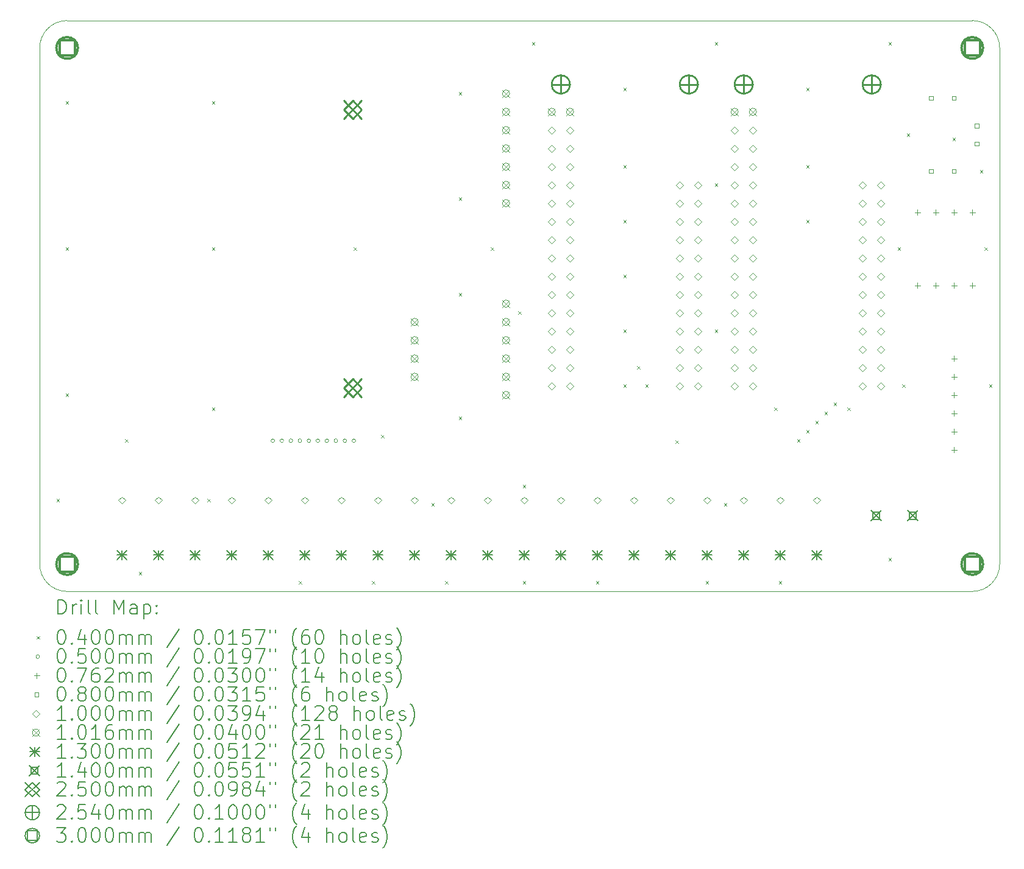
<source format=gbr>
%FSLAX45Y45*%
G04 Gerber Fmt 4.5, Leading zero omitted, Abs format (unit mm)*
G04 Created by KiCad (PCBNEW (6.0.5-0)) date 2022-09-02 11:49:23*
%MOMM*%
%LPD*%
G01*
G04 APERTURE LIST*
%TA.AperFunction,Profile*%
%ADD10C,0.050000*%
%TD*%
%ADD11C,0.200000*%
%ADD12C,0.040000*%
%ADD13C,0.050000*%
%ADD14C,0.076200*%
%ADD15C,0.080000*%
%ADD16C,0.100000*%
%ADD17C,0.101600*%
%ADD18C,0.130000*%
%ADD19C,0.140000*%
%ADD20C,0.250000*%
%ADD21C,0.254000*%
%ADD22C,0.300000*%
G04 APERTURE END LIST*
D10*
X9144000Y-5715000D02*
G75*
G03*
X8763000Y-6096000I0J-381000D01*
G01*
X8763000Y-13271500D02*
G75*
G03*
X9144000Y-13652500I381000J0D01*
G01*
X21717000Y-13652500D02*
G75*
G03*
X22098000Y-13271500I0J381000D01*
G01*
X8763000Y-13271500D02*
X8763000Y-6096000D01*
X22098000Y-6096000D02*
X22098000Y-13271500D01*
X22098000Y-6096000D02*
G75*
G03*
X21717000Y-5715000I-381000J0D01*
G01*
X9144000Y-13652500D02*
X21717000Y-13652500D01*
X9144000Y-5715000D02*
X21717000Y-5715000D01*
D11*
D12*
X8997000Y-12362500D02*
X9037000Y-12402500D01*
X9037000Y-12362500D02*
X8997000Y-12402500D01*
X9124000Y-6838000D02*
X9164000Y-6878000D01*
X9164000Y-6838000D02*
X9124000Y-6878000D01*
X9124000Y-8870000D02*
X9164000Y-8910000D01*
X9164000Y-8870000D02*
X9124000Y-8910000D01*
X9124000Y-10902000D02*
X9164000Y-10942000D01*
X9164000Y-10902000D02*
X9124000Y-10942000D01*
X9949500Y-11537000D02*
X9989500Y-11577000D01*
X9989500Y-11537000D02*
X9949500Y-11577000D01*
X10140000Y-13378500D02*
X10180000Y-13418500D01*
X10180000Y-13378500D02*
X10140000Y-13418500D01*
X11092500Y-12362500D02*
X11132500Y-12402500D01*
X11132500Y-12362500D02*
X11092500Y-12402500D01*
X11156000Y-6838000D02*
X11196000Y-6878000D01*
X11196000Y-6838000D02*
X11156000Y-6878000D01*
X11156000Y-8870000D02*
X11196000Y-8910000D01*
X11196000Y-8870000D02*
X11156000Y-8910000D01*
X11156000Y-11092500D02*
X11196000Y-11132500D01*
X11196000Y-11092500D02*
X11156000Y-11132500D01*
X12362500Y-13505500D02*
X12402500Y-13545500D01*
X12402500Y-13505500D02*
X12362500Y-13545500D01*
X13124500Y-8870000D02*
X13164500Y-8910000D01*
X13164500Y-8870000D02*
X13124500Y-8910000D01*
X13378500Y-13505500D02*
X13418500Y-13545500D01*
X13418500Y-13505500D02*
X13378500Y-13545500D01*
X13505500Y-11473500D02*
X13545500Y-11513500D01*
X13545500Y-11473500D02*
X13505500Y-11513500D01*
X14204000Y-12426000D02*
X14244000Y-12466000D01*
X14244000Y-12426000D02*
X14204000Y-12466000D01*
X14394500Y-13505500D02*
X14434500Y-13545500D01*
X14434500Y-13505500D02*
X14394500Y-13545500D01*
X14585000Y-6711000D02*
X14625000Y-6751000D01*
X14625000Y-6711000D02*
X14585000Y-6751000D01*
X14585000Y-8171500D02*
X14625000Y-8211500D01*
X14625000Y-8171500D02*
X14585000Y-8211500D01*
X14585000Y-9505000D02*
X14625000Y-9545000D01*
X14625000Y-9505000D02*
X14585000Y-9545000D01*
X14585000Y-11219500D02*
X14625000Y-11259500D01*
X14625000Y-11219500D02*
X14585000Y-11259500D01*
X15029500Y-8870000D02*
X15069500Y-8910000D01*
X15069500Y-8870000D02*
X15029500Y-8910000D01*
X15410500Y-9759000D02*
X15450500Y-9799000D01*
X15450500Y-9759000D02*
X15410500Y-9799000D01*
X15474000Y-12172000D02*
X15514000Y-12212000D01*
X15514000Y-12172000D02*
X15474000Y-12212000D01*
X15474000Y-13505500D02*
X15514000Y-13545500D01*
X15514000Y-13505500D02*
X15474000Y-13545500D01*
X15601000Y-6012500D02*
X15641000Y-6052500D01*
X15641000Y-6012500D02*
X15601000Y-6052500D01*
X16490000Y-13505500D02*
X16530000Y-13545500D01*
X16530000Y-13505500D02*
X16490000Y-13545500D01*
X16871000Y-6647500D02*
X16911000Y-6687500D01*
X16911000Y-6647500D02*
X16871000Y-6687500D01*
X16871000Y-7727000D02*
X16911000Y-7767000D01*
X16911000Y-7727000D02*
X16871000Y-7767000D01*
X16871000Y-8489000D02*
X16911000Y-8529000D01*
X16911000Y-8489000D02*
X16871000Y-8529000D01*
X16871000Y-9251000D02*
X16911000Y-9291000D01*
X16911000Y-9251000D02*
X16871000Y-9291000D01*
X16871000Y-10013000D02*
X16911000Y-10053000D01*
X16911000Y-10013000D02*
X16871000Y-10053000D01*
X16871000Y-10775000D02*
X16911000Y-10815000D01*
X16911000Y-10775000D02*
X16871000Y-10815000D01*
X17061500Y-10521000D02*
X17101500Y-10561000D01*
X17101500Y-10521000D02*
X17061500Y-10561000D01*
X17175800Y-10775000D02*
X17215800Y-10815000D01*
X17215800Y-10775000D02*
X17175800Y-10815000D01*
X17596762Y-11552572D02*
X17636762Y-11592572D01*
X17636762Y-11552572D02*
X17596762Y-11592572D01*
X18014000Y-13505500D02*
X18054000Y-13545500D01*
X18054000Y-13505500D02*
X18014000Y-13545500D01*
X18141000Y-6012500D02*
X18181000Y-6052500D01*
X18181000Y-6012500D02*
X18141000Y-6052500D01*
X18141000Y-7981000D02*
X18181000Y-8021000D01*
X18181000Y-7981000D02*
X18141000Y-8021000D01*
X18141000Y-10013000D02*
X18181000Y-10053000D01*
X18181000Y-10013000D02*
X18141000Y-10053000D01*
X18268000Y-12426000D02*
X18308000Y-12466000D01*
X18308000Y-12426000D02*
X18268000Y-12466000D01*
X18966500Y-11092500D02*
X19006500Y-11132500D01*
X19006500Y-11092500D02*
X18966500Y-11132500D01*
X19030000Y-13505500D02*
X19070000Y-13545500D01*
X19070000Y-13505500D02*
X19030000Y-13545500D01*
X19284000Y-11537000D02*
X19324000Y-11577000D01*
X19324000Y-11537000D02*
X19284000Y-11577000D01*
X19411000Y-6647500D02*
X19451000Y-6687500D01*
X19451000Y-6647500D02*
X19411000Y-6687500D01*
X19411000Y-7727000D02*
X19451000Y-7767000D01*
X19451000Y-7727000D02*
X19411000Y-7767000D01*
X19411000Y-8489000D02*
X19451000Y-8529000D01*
X19451000Y-8489000D02*
X19411000Y-8529000D01*
X19411000Y-11410000D02*
X19451000Y-11450000D01*
X19451000Y-11410000D02*
X19411000Y-11450000D01*
X19538000Y-11283000D02*
X19578000Y-11323000D01*
X19578000Y-11283000D02*
X19538000Y-11323000D01*
X19665000Y-11156000D02*
X19705000Y-11196000D01*
X19705000Y-11156000D02*
X19665000Y-11196000D01*
X19792000Y-11029000D02*
X19832000Y-11069000D01*
X19832000Y-11029000D02*
X19792000Y-11069000D01*
X19982500Y-11092500D02*
X20022500Y-11132500D01*
X20022500Y-11092500D02*
X19982500Y-11132500D01*
X20554000Y-6012500D02*
X20594000Y-6052500D01*
X20594000Y-6012500D02*
X20554000Y-6052500D01*
X20554000Y-13188000D02*
X20594000Y-13228000D01*
X20594000Y-13188000D02*
X20554000Y-13228000D01*
X20681000Y-8870000D02*
X20721000Y-8910000D01*
X20721000Y-8870000D02*
X20681000Y-8910000D01*
X20744500Y-10775000D02*
X20784500Y-10815000D01*
X20784500Y-10775000D02*
X20744500Y-10815000D01*
X20808000Y-7282500D02*
X20848000Y-7322500D01*
X20848000Y-7282500D02*
X20808000Y-7322500D01*
X21443000Y-7346000D02*
X21483000Y-7386000D01*
X21483000Y-7346000D02*
X21443000Y-7386000D01*
X21824000Y-7790500D02*
X21864000Y-7830500D01*
X21864000Y-7790500D02*
X21824000Y-7830500D01*
X21887500Y-8870000D02*
X21927500Y-8910000D01*
X21927500Y-8870000D02*
X21887500Y-8910000D01*
X21951000Y-10775000D02*
X21991000Y-10815000D01*
X21991000Y-10775000D02*
X21951000Y-10815000D01*
D13*
X12026500Y-11557000D02*
G75*
G03*
X12026500Y-11557000I-25000J0D01*
G01*
X12151500Y-11557000D02*
G75*
G03*
X12151500Y-11557000I-25000J0D01*
G01*
X12276500Y-11557000D02*
G75*
G03*
X12276500Y-11557000I-25000J0D01*
G01*
X12401500Y-11557000D02*
G75*
G03*
X12401500Y-11557000I-25000J0D01*
G01*
X12526500Y-11557000D02*
G75*
G03*
X12526500Y-11557000I-25000J0D01*
G01*
X12651500Y-11557000D02*
G75*
G03*
X12651500Y-11557000I-25000J0D01*
G01*
X12776500Y-11557000D02*
G75*
G03*
X12776500Y-11557000I-25000J0D01*
G01*
X12901500Y-11557000D02*
G75*
G03*
X12901500Y-11557000I-25000J0D01*
G01*
X13026500Y-11557000D02*
G75*
G03*
X13026500Y-11557000I-25000J0D01*
G01*
X13151500Y-11557000D02*
G75*
G03*
X13151500Y-11557000I-25000J0D01*
G01*
D14*
X20955000Y-8343900D02*
X20955000Y-8420100D01*
X20916900Y-8382000D02*
X20993100Y-8382000D01*
X20955000Y-9359900D02*
X20955000Y-9436100D01*
X20916900Y-9398000D02*
X20993100Y-9398000D01*
X21209000Y-8343900D02*
X21209000Y-8420100D01*
X21170900Y-8382000D02*
X21247100Y-8382000D01*
X21209000Y-9359900D02*
X21209000Y-9436100D01*
X21170900Y-9398000D02*
X21247100Y-9398000D01*
X21463000Y-8343900D02*
X21463000Y-8420100D01*
X21424900Y-8382000D02*
X21501100Y-8382000D01*
X21463000Y-9359900D02*
X21463000Y-9436100D01*
X21424900Y-9398000D02*
X21501100Y-9398000D01*
X21463000Y-10375900D02*
X21463000Y-10452100D01*
X21424900Y-10414000D02*
X21501100Y-10414000D01*
X21463000Y-10629900D02*
X21463000Y-10706100D01*
X21424900Y-10668000D02*
X21501100Y-10668000D01*
X21463000Y-10883900D02*
X21463000Y-10960100D01*
X21424900Y-10922000D02*
X21501100Y-10922000D01*
X21463000Y-11137900D02*
X21463000Y-11214100D01*
X21424900Y-11176000D02*
X21501100Y-11176000D01*
X21463000Y-11391900D02*
X21463000Y-11468100D01*
X21424900Y-11430000D02*
X21501100Y-11430000D01*
X21463000Y-11645900D02*
X21463000Y-11722100D01*
X21424900Y-11684000D02*
X21501100Y-11684000D01*
X21717000Y-8343900D02*
X21717000Y-8420100D01*
X21678900Y-8382000D02*
X21755100Y-8382000D01*
X21717000Y-9359900D02*
X21717000Y-9436100D01*
X21678900Y-9398000D02*
X21755100Y-9398000D01*
D15*
X21173785Y-6820784D02*
X21173785Y-6764215D01*
X21117216Y-6764215D01*
X21117216Y-6820784D01*
X21173785Y-6820784D01*
X21173785Y-7836784D02*
X21173785Y-7780215D01*
X21117216Y-7780215D01*
X21117216Y-7836784D01*
X21173785Y-7836784D01*
X21491285Y-6820784D02*
X21491285Y-6764215D01*
X21434716Y-6764215D01*
X21434716Y-6820784D01*
X21491285Y-6820784D01*
X21491285Y-7836784D02*
X21491285Y-7780215D01*
X21434716Y-7780215D01*
X21434716Y-7836784D01*
X21491285Y-7836784D01*
X21808785Y-7205784D02*
X21808785Y-7149215D01*
X21752216Y-7149215D01*
X21752216Y-7205784D01*
X21808785Y-7205784D01*
X21808785Y-7455784D02*
X21808785Y-7399215D01*
X21752216Y-7399215D01*
X21752216Y-7455784D01*
X21808785Y-7455784D01*
D16*
X9906000Y-12434900D02*
X9956000Y-12384900D01*
X9906000Y-12334900D01*
X9856000Y-12384900D01*
X9906000Y-12434900D01*
X10414000Y-12434900D02*
X10464000Y-12384900D01*
X10414000Y-12334900D01*
X10364000Y-12384900D01*
X10414000Y-12434900D01*
X10922000Y-12434900D02*
X10972000Y-12384900D01*
X10922000Y-12334900D01*
X10872000Y-12384900D01*
X10922000Y-12434900D01*
X11430000Y-12434900D02*
X11480000Y-12384900D01*
X11430000Y-12334900D01*
X11380000Y-12384900D01*
X11430000Y-12434900D01*
X11938000Y-12434900D02*
X11988000Y-12384900D01*
X11938000Y-12334900D01*
X11888000Y-12384900D01*
X11938000Y-12434900D01*
X12446000Y-12434900D02*
X12496000Y-12384900D01*
X12446000Y-12334900D01*
X12396000Y-12384900D01*
X12446000Y-12434900D01*
X12954000Y-12434900D02*
X13004000Y-12384900D01*
X12954000Y-12334900D01*
X12904000Y-12384900D01*
X12954000Y-12434900D01*
X13462000Y-12434900D02*
X13512000Y-12384900D01*
X13462000Y-12334900D01*
X13412000Y-12384900D01*
X13462000Y-12434900D01*
X13970000Y-12434900D02*
X14020000Y-12384900D01*
X13970000Y-12334900D01*
X13920000Y-12384900D01*
X13970000Y-12434900D01*
X14478000Y-12434900D02*
X14528000Y-12384900D01*
X14478000Y-12334900D01*
X14428000Y-12384900D01*
X14478000Y-12434900D01*
X14986000Y-12434900D02*
X15036000Y-12384900D01*
X14986000Y-12334900D01*
X14936000Y-12384900D01*
X14986000Y-12434900D01*
X15494000Y-12434900D02*
X15544000Y-12384900D01*
X15494000Y-12334900D01*
X15444000Y-12384900D01*
X15494000Y-12434900D01*
X15875000Y-7289000D02*
X15925000Y-7239000D01*
X15875000Y-7189000D01*
X15825000Y-7239000D01*
X15875000Y-7289000D01*
X15875000Y-7543000D02*
X15925000Y-7493000D01*
X15875000Y-7443000D01*
X15825000Y-7493000D01*
X15875000Y-7543000D01*
X15875000Y-7797000D02*
X15925000Y-7747000D01*
X15875000Y-7697000D01*
X15825000Y-7747000D01*
X15875000Y-7797000D01*
X15875000Y-8051000D02*
X15925000Y-8001000D01*
X15875000Y-7951000D01*
X15825000Y-8001000D01*
X15875000Y-8051000D01*
X15875000Y-8305000D02*
X15925000Y-8255000D01*
X15875000Y-8205000D01*
X15825000Y-8255000D01*
X15875000Y-8305000D01*
X15875000Y-8559000D02*
X15925000Y-8509000D01*
X15875000Y-8459000D01*
X15825000Y-8509000D01*
X15875000Y-8559000D01*
X15875000Y-8813000D02*
X15925000Y-8763000D01*
X15875000Y-8713000D01*
X15825000Y-8763000D01*
X15875000Y-8813000D01*
X15875000Y-9067000D02*
X15925000Y-9017000D01*
X15875000Y-8967000D01*
X15825000Y-9017000D01*
X15875000Y-9067000D01*
X15875000Y-9321000D02*
X15925000Y-9271000D01*
X15875000Y-9221000D01*
X15825000Y-9271000D01*
X15875000Y-9321000D01*
X15875000Y-9575000D02*
X15925000Y-9525000D01*
X15875000Y-9475000D01*
X15825000Y-9525000D01*
X15875000Y-9575000D01*
X15875000Y-9829000D02*
X15925000Y-9779000D01*
X15875000Y-9729000D01*
X15825000Y-9779000D01*
X15875000Y-9829000D01*
X15875000Y-10083000D02*
X15925000Y-10033000D01*
X15875000Y-9983000D01*
X15825000Y-10033000D01*
X15875000Y-10083000D01*
X15875000Y-10337000D02*
X15925000Y-10287000D01*
X15875000Y-10237000D01*
X15825000Y-10287000D01*
X15875000Y-10337000D01*
X15875000Y-10591000D02*
X15925000Y-10541000D01*
X15875000Y-10491000D01*
X15825000Y-10541000D01*
X15875000Y-10591000D01*
X15875000Y-10845000D02*
X15925000Y-10795000D01*
X15875000Y-10745000D01*
X15825000Y-10795000D01*
X15875000Y-10845000D01*
X16002000Y-12434900D02*
X16052000Y-12384900D01*
X16002000Y-12334900D01*
X15952000Y-12384900D01*
X16002000Y-12434900D01*
X16129000Y-7289000D02*
X16179000Y-7239000D01*
X16129000Y-7189000D01*
X16079000Y-7239000D01*
X16129000Y-7289000D01*
X16129000Y-7543000D02*
X16179000Y-7493000D01*
X16129000Y-7443000D01*
X16079000Y-7493000D01*
X16129000Y-7543000D01*
X16129000Y-7797000D02*
X16179000Y-7747000D01*
X16129000Y-7697000D01*
X16079000Y-7747000D01*
X16129000Y-7797000D01*
X16129000Y-8051000D02*
X16179000Y-8001000D01*
X16129000Y-7951000D01*
X16079000Y-8001000D01*
X16129000Y-8051000D01*
X16129000Y-8305000D02*
X16179000Y-8255000D01*
X16129000Y-8205000D01*
X16079000Y-8255000D01*
X16129000Y-8305000D01*
X16129000Y-8559000D02*
X16179000Y-8509000D01*
X16129000Y-8459000D01*
X16079000Y-8509000D01*
X16129000Y-8559000D01*
X16129000Y-8813000D02*
X16179000Y-8763000D01*
X16129000Y-8713000D01*
X16079000Y-8763000D01*
X16129000Y-8813000D01*
X16129000Y-9067000D02*
X16179000Y-9017000D01*
X16129000Y-8967000D01*
X16079000Y-9017000D01*
X16129000Y-9067000D01*
X16129000Y-9321000D02*
X16179000Y-9271000D01*
X16129000Y-9221000D01*
X16079000Y-9271000D01*
X16129000Y-9321000D01*
X16129000Y-9575000D02*
X16179000Y-9525000D01*
X16129000Y-9475000D01*
X16079000Y-9525000D01*
X16129000Y-9575000D01*
X16129000Y-9829000D02*
X16179000Y-9779000D01*
X16129000Y-9729000D01*
X16079000Y-9779000D01*
X16129000Y-9829000D01*
X16129000Y-10083000D02*
X16179000Y-10033000D01*
X16129000Y-9983000D01*
X16079000Y-10033000D01*
X16129000Y-10083000D01*
X16129000Y-10337000D02*
X16179000Y-10287000D01*
X16129000Y-10237000D01*
X16079000Y-10287000D01*
X16129000Y-10337000D01*
X16129000Y-10591000D02*
X16179000Y-10541000D01*
X16129000Y-10491000D01*
X16079000Y-10541000D01*
X16129000Y-10591000D01*
X16129000Y-10845000D02*
X16179000Y-10795000D01*
X16129000Y-10745000D01*
X16079000Y-10795000D01*
X16129000Y-10845000D01*
X16510000Y-12434900D02*
X16560000Y-12384900D01*
X16510000Y-12334900D01*
X16460000Y-12384900D01*
X16510000Y-12434900D01*
X17018000Y-12434900D02*
X17068000Y-12384900D01*
X17018000Y-12334900D01*
X16968000Y-12384900D01*
X17018000Y-12434900D01*
X17526000Y-12434900D02*
X17576000Y-12384900D01*
X17526000Y-12334900D01*
X17476000Y-12384900D01*
X17526000Y-12434900D01*
X17653000Y-8051000D02*
X17703000Y-8001000D01*
X17653000Y-7951000D01*
X17603000Y-8001000D01*
X17653000Y-8051000D01*
X17653000Y-8305000D02*
X17703000Y-8255000D01*
X17653000Y-8205000D01*
X17603000Y-8255000D01*
X17653000Y-8305000D01*
X17653000Y-8559000D02*
X17703000Y-8509000D01*
X17653000Y-8459000D01*
X17603000Y-8509000D01*
X17653000Y-8559000D01*
X17653000Y-8813000D02*
X17703000Y-8763000D01*
X17653000Y-8713000D01*
X17603000Y-8763000D01*
X17653000Y-8813000D01*
X17653000Y-9067000D02*
X17703000Y-9017000D01*
X17653000Y-8967000D01*
X17603000Y-9017000D01*
X17653000Y-9067000D01*
X17653000Y-9321000D02*
X17703000Y-9271000D01*
X17653000Y-9221000D01*
X17603000Y-9271000D01*
X17653000Y-9321000D01*
X17653000Y-9575000D02*
X17703000Y-9525000D01*
X17653000Y-9475000D01*
X17603000Y-9525000D01*
X17653000Y-9575000D01*
X17653000Y-9829000D02*
X17703000Y-9779000D01*
X17653000Y-9729000D01*
X17603000Y-9779000D01*
X17653000Y-9829000D01*
X17653000Y-10083000D02*
X17703000Y-10033000D01*
X17653000Y-9983000D01*
X17603000Y-10033000D01*
X17653000Y-10083000D01*
X17653000Y-10337000D02*
X17703000Y-10287000D01*
X17653000Y-10237000D01*
X17603000Y-10287000D01*
X17653000Y-10337000D01*
X17653000Y-10591000D02*
X17703000Y-10541000D01*
X17653000Y-10491000D01*
X17603000Y-10541000D01*
X17653000Y-10591000D01*
X17653000Y-10845000D02*
X17703000Y-10795000D01*
X17653000Y-10745000D01*
X17603000Y-10795000D01*
X17653000Y-10845000D01*
X17907000Y-8051000D02*
X17957000Y-8001000D01*
X17907000Y-7951000D01*
X17857000Y-8001000D01*
X17907000Y-8051000D01*
X17907000Y-8305000D02*
X17957000Y-8255000D01*
X17907000Y-8205000D01*
X17857000Y-8255000D01*
X17907000Y-8305000D01*
X17907000Y-8559000D02*
X17957000Y-8509000D01*
X17907000Y-8459000D01*
X17857000Y-8509000D01*
X17907000Y-8559000D01*
X17907000Y-8813000D02*
X17957000Y-8763000D01*
X17907000Y-8713000D01*
X17857000Y-8763000D01*
X17907000Y-8813000D01*
X17907000Y-9067000D02*
X17957000Y-9017000D01*
X17907000Y-8967000D01*
X17857000Y-9017000D01*
X17907000Y-9067000D01*
X17907000Y-9321000D02*
X17957000Y-9271000D01*
X17907000Y-9221000D01*
X17857000Y-9271000D01*
X17907000Y-9321000D01*
X17907000Y-9575000D02*
X17957000Y-9525000D01*
X17907000Y-9475000D01*
X17857000Y-9525000D01*
X17907000Y-9575000D01*
X17907000Y-9829000D02*
X17957000Y-9779000D01*
X17907000Y-9729000D01*
X17857000Y-9779000D01*
X17907000Y-9829000D01*
X17907000Y-10083000D02*
X17957000Y-10033000D01*
X17907000Y-9983000D01*
X17857000Y-10033000D01*
X17907000Y-10083000D01*
X17907000Y-10337000D02*
X17957000Y-10287000D01*
X17907000Y-10237000D01*
X17857000Y-10287000D01*
X17907000Y-10337000D01*
X17907000Y-10591000D02*
X17957000Y-10541000D01*
X17907000Y-10491000D01*
X17857000Y-10541000D01*
X17907000Y-10591000D01*
X17907000Y-10845000D02*
X17957000Y-10795000D01*
X17907000Y-10745000D01*
X17857000Y-10795000D01*
X17907000Y-10845000D01*
X18034000Y-12434900D02*
X18084000Y-12384900D01*
X18034000Y-12334900D01*
X17984000Y-12384900D01*
X18034000Y-12434900D01*
X18415000Y-7289000D02*
X18465000Y-7239000D01*
X18415000Y-7189000D01*
X18365000Y-7239000D01*
X18415000Y-7289000D01*
X18415000Y-7543000D02*
X18465000Y-7493000D01*
X18415000Y-7443000D01*
X18365000Y-7493000D01*
X18415000Y-7543000D01*
X18415000Y-7797000D02*
X18465000Y-7747000D01*
X18415000Y-7697000D01*
X18365000Y-7747000D01*
X18415000Y-7797000D01*
X18415000Y-8051000D02*
X18465000Y-8001000D01*
X18415000Y-7951000D01*
X18365000Y-8001000D01*
X18415000Y-8051000D01*
X18415000Y-8305000D02*
X18465000Y-8255000D01*
X18415000Y-8205000D01*
X18365000Y-8255000D01*
X18415000Y-8305000D01*
X18415000Y-8559000D02*
X18465000Y-8509000D01*
X18415000Y-8459000D01*
X18365000Y-8509000D01*
X18415000Y-8559000D01*
X18415000Y-8813000D02*
X18465000Y-8763000D01*
X18415000Y-8713000D01*
X18365000Y-8763000D01*
X18415000Y-8813000D01*
X18415000Y-9067000D02*
X18465000Y-9017000D01*
X18415000Y-8967000D01*
X18365000Y-9017000D01*
X18415000Y-9067000D01*
X18415000Y-9321000D02*
X18465000Y-9271000D01*
X18415000Y-9221000D01*
X18365000Y-9271000D01*
X18415000Y-9321000D01*
X18415000Y-9575000D02*
X18465000Y-9525000D01*
X18415000Y-9475000D01*
X18365000Y-9525000D01*
X18415000Y-9575000D01*
X18415000Y-9829000D02*
X18465000Y-9779000D01*
X18415000Y-9729000D01*
X18365000Y-9779000D01*
X18415000Y-9829000D01*
X18415000Y-10083000D02*
X18465000Y-10033000D01*
X18415000Y-9983000D01*
X18365000Y-10033000D01*
X18415000Y-10083000D01*
X18415000Y-10337000D02*
X18465000Y-10287000D01*
X18415000Y-10237000D01*
X18365000Y-10287000D01*
X18415000Y-10337000D01*
X18415000Y-10591000D02*
X18465000Y-10541000D01*
X18415000Y-10491000D01*
X18365000Y-10541000D01*
X18415000Y-10591000D01*
X18415000Y-10845000D02*
X18465000Y-10795000D01*
X18415000Y-10745000D01*
X18365000Y-10795000D01*
X18415000Y-10845000D01*
X18542000Y-12434900D02*
X18592000Y-12384900D01*
X18542000Y-12334900D01*
X18492000Y-12384900D01*
X18542000Y-12434900D01*
X18669000Y-7289000D02*
X18719000Y-7239000D01*
X18669000Y-7189000D01*
X18619000Y-7239000D01*
X18669000Y-7289000D01*
X18669000Y-7543000D02*
X18719000Y-7493000D01*
X18669000Y-7443000D01*
X18619000Y-7493000D01*
X18669000Y-7543000D01*
X18669000Y-7797000D02*
X18719000Y-7747000D01*
X18669000Y-7697000D01*
X18619000Y-7747000D01*
X18669000Y-7797000D01*
X18669000Y-8051000D02*
X18719000Y-8001000D01*
X18669000Y-7951000D01*
X18619000Y-8001000D01*
X18669000Y-8051000D01*
X18669000Y-8305000D02*
X18719000Y-8255000D01*
X18669000Y-8205000D01*
X18619000Y-8255000D01*
X18669000Y-8305000D01*
X18669000Y-8559000D02*
X18719000Y-8509000D01*
X18669000Y-8459000D01*
X18619000Y-8509000D01*
X18669000Y-8559000D01*
X18669000Y-8813000D02*
X18719000Y-8763000D01*
X18669000Y-8713000D01*
X18619000Y-8763000D01*
X18669000Y-8813000D01*
X18669000Y-9067000D02*
X18719000Y-9017000D01*
X18669000Y-8967000D01*
X18619000Y-9017000D01*
X18669000Y-9067000D01*
X18669000Y-9321000D02*
X18719000Y-9271000D01*
X18669000Y-9221000D01*
X18619000Y-9271000D01*
X18669000Y-9321000D01*
X18669000Y-9575000D02*
X18719000Y-9525000D01*
X18669000Y-9475000D01*
X18619000Y-9525000D01*
X18669000Y-9575000D01*
X18669000Y-9829000D02*
X18719000Y-9779000D01*
X18669000Y-9729000D01*
X18619000Y-9779000D01*
X18669000Y-9829000D01*
X18669000Y-10083000D02*
X18719000Y-10033000D01*
X18669000Y-9983000D01*
X18619000Y-10033000D01*
X18669000Y-10083000D01*
X18669000Y-10337000D02*
X18719000Y-10287000D01*
X18669000Y-10237000D01*
X18619000Y-10287000D01*
X18669000Y-10337000D01*
X18669000Y-10591000D02*
X18719000Y-10541000D01*
X18669000Y-10491000D01*
X18619000Y-10541000D01*
X18669000Y-10591000D01*
X18669000Y-10845000D02*
X18719000Y-10795000D01*
X18669000Y-10745000D01*
X18619000Y-10795000D01*
X18669000Y-10845000D01*
X19050000Y-12434900D02*
X19100000Y-12384900D01*
X19050000Y-12334900D01*
X19000000Y-12384900D01*
X19050000Y-12434900D01*
X19558000Y-12434900D02*
X19608000Y-12384900D01*
X19558000Y-12334900D01*
X19508000Y-12384900D01*
X19558000Y-12434900D01*
X20193000Y-8051000D02*
X20243000Y-8001000D01*
X20193000Y-7951000D01*
X20143000Y-8001000D01*
X20193000Y-8051000D01*
X20193000Y-8305000D02*
X20243000Y-8255000D01*
X20193000Y-8205000D01*
X20143000Y-8255000D01*
X20193000Y-8305000D01*
X20193000Y-8559000D02*
X20243000Y-8509000D01*
X20193000Y-8459000D01*
X20143000Y-8509000D01*
X20193000Y-8559000D01*
X20193000Y-8813000D02*
X20243000Y-8763000D01*
X20193000Y-8713000D01*
X20143000Y-8763000D01*
X20193000Y-8813000D01*
X20193000Y-9067000D02*
X20243000Y-9017000D01*
X20193000Y-8967000D01*
X20143000Y-9017000D01*
X20193000Y-9067000D01*
X20193000Y-9321000D02*
X20243000Y-9271000D01*
X20193000Y-9221000D01*
X20143000Y-9271000D01*
X20193000Y-9321000D01*
X20193000Y-9575000D02*
X20243000Y-9525000D01*
X20193000Y-9475000D01*
X20143000Y-9525000D01*
X20193000Y-9575000D01*
X20193000Y-9829000D02*
X20243000Y-9779000D01*
X20193000Y-9729000D01*
X20143000Y-9779000D01*
X20193000Y-9829000D01*
X20193000Y-10083000D02*
X20243000Y-10033000D01*
X20193000Y-9983000D01*
X20143000Y-10033000D01*
X20193000Y-10083000D01*
X20193000Y-10337000D02*
X20243000Y-10287000D01*
X20193000Y-10237000D01*
X20143000Y-10287000D01*
X20193000Y-10337000D01*
X20193000Y-10591000D02*
X20243000Y-10541000D01*
X20193000Y-10491000D01*
X20143000Y-10541000D01*
X20193000Y-10591000D01*
X20193000Y-10845000D02*
X20243000Y-10795000D01*
X20193000Y-10745000D01*
X20143000Y-10795000D01*
X20193000Y-10845000D01*
X20447000Y-8051000D02*
X20497000Y-8001000D01*
X20447000Y-7951000D01*
X20397000Y-8001000D01*
X20447000Y-8051000D01*
X20447000Y-8305000D02*
X20497000Y-8255000D01*
X20447000Y-8205000D01*
X20397000Y-8255000D01*
X20447000Y-8305000D01*
X20447000Y-8559000D02*
X20497000Y-8509000D01*
X20447000Y-8459000D01*
X20397000Y-8509000D01*
X20447000Y-8559000D01*
X20447000Y-8813000D02*
X20497000Y-8763000D01*
X20447000Y-8713000D01*
X20397000Y-8763000D01*
X20447000Y-8813000D01*
X20447000Y-9067000D02*
X20497000Y-9017000D01*
X20447000Y-8967000D01*
X20397000Y-9017000D01*
X20447000Y-9067000D01*
X20447000Y-9321000D02*
X20497000Y-9271000D01*
X20447000Y-9221000D01*
X20397000Y-9271000D01*
X20447000Y-9321000D01*
X20447000Y-9575000D02*
X20497000Y-9525000D01*
X20447000Y-9475000D01*
X20397000Y-9525000D01*
X20447000Y-9575000D01*
X20447000Y-9829000D02*
X20497000Y-9779000D01*
X20447000Y-9729000D01*
X20397000Y-9779000D01*
X20447000Y-9829000D01*
X20447000Y-10083000D02*
X20497000Y-10033000D01*
X20447000Y-9983000D01*
X20397000Y-10033000D01*
X20447000Y-10083000D01*
X20447000Y-10337000D02*
X20497000Y-10287000D01*
X20447000Y-10237000D01*
X20397000Y-10287000D01*
X20447000Y-10337000D01*
X20447000Y-10591000D02*
X20497000Y-10541000D01*
X20447000Y-10491000D01*
X20397000Y-10541000D01*
X20447000Y-10591000D01*
X20447000Y-10845000D02*
X20497000Y-10795000D01*
X20447000Y-10745000D01*
X20397000Y-10795000D01*
X20447000Y-10845000D01*
D17*
X13919200Y-9855200D02*
X14020800Y-9956800D01*
X14020800Y-9855200D02*
X13919200Y-9956800D01*
X14020800Y-9906000D02*
G75*
G03*
X14020800Y-9906000I-50800J0D01*
G01*
X13919200Y-10109200D02*
X14020800Y-10210800D01*
X14020800Y-10109200D02*
X13919200Y-10210800D01*
X14020800Y-10160000D02*
G75*
G03*
X14020800Y-10160000I-50800J0D01*
G01*
X13919200Y-10363200D02*
X14020800Y-10464800D01*
X14020800Y-10363200D02*
X13919200Y-10464800D01*
X14020800Y-10414000D02*
G75*
G03*
X14020800Y-10414000I-50800J0D01*
G01*
X13919200Y-10617200D02*
X14020800Y-10718800D01*
X14020800Y-10617200D02*
X13919200Y-10718800D01*
X14020800Y-10668000D02*
G75*
G03*
X14020800Y-10668000I-50800J0D01*
G01*
X15189200Y-6680200D02*
X15290800Y-6781800D01*
X15290800Y-6680200D02*
X15189200Y-6781800D01*
X15290800Y-6731000D02*
G75*
G03*
X15290800Y-6731000I-50800J0D01*
G01*
X15189200Y-6934200D02*
X15290800Y-7035800D01*
X15290800Y-6934200D02*
X15189200Y-7035800D01*
X15290800Y-6985000D02*
G75*
G03*
X15290800Y-6985000I-50800J0D01*
G01*
X15189200Y-7188200D02*
X15290800Y-7289800D01*
X15290800Y-7188200D02*
X15189200Y-7289800D01*
X15290800Y-7239000D02*
G75*
G03*
X15290800Y-7239000I-50800J0D01*
G01*
X15189200Y-7442200D02*
X15290800Y-7543800D01*
X15290800Y-7442200D02*
X15189200Y-7543800D01*
X15290800Y-7493000D02*
G75*
G03*
X15290800Y-7493000I-50800J0D01*
G01*
X15189200Y-7696200D02*
X15290800Y-7797800D01*
X15290800Y-7696200D02*
X15189200Y-7797800D01*
X15290800Y-7747000D02*
G75*
G03*
X15290800Y-7747000I-50800J0D01*
G01*
X15189200Y-7950200D02*
X15290800Y-8051800D01*
X15290800Y-7950200D02*
X15189200Y-8051800D01*
X15290800Y-8001000D02*
G75*
G03*
X15290800Y-8001000I-50800J0D01*
G01*
X15189200Y-8204200D02*
X15290800Y-8305800D01*
X15290800Y-8204200D02*
X15189200Y-8305800D01*
X15290800Y-8255000D02*
G75*
G03*
X15290800Y-8255000I-50800J0D01*
G01*
X15189200Y-9601200D02*
X15290800Y-9702800D01*
X15290800Y-9601200D02*
X15189200Y-9702800D01*
X15290800Y-9652000D02*
G75*
G03*
X15290800Y-9652000I-50800J0D01*
G01*
X15189200Y-9855200D02*
X15290800Y-9956800D01*
X15290800Y-9855200D02*
X15189200Y-9956800D01*
X15290800Y-9906000D02*
G75*
G03*
X15290800Y-9906000I-50800J0D01*
G01*
X15189200Y-10109200D02*
X15290800Y-10210800D01*
X15290800Y-10109200D02*
X15189200Y-10210800D01*
X15290800Y-10160000D02*
G75*
G03*
X15290800Y-10160000I-50800J0D01*
G01*
X15189200Y-10363200D02*
X15290800Y-10464800D01*
X15290800Y-10363200D02*
X15189200Y-10464800D01*
X15290800Y-10414000D02*
G75*
G03*
X15290800Y-10414000I-50800J0D01*
G01*
X15189200Y-10617200D02*
X15290800Y-10718800D01*
X15290800Y-10617200D02*
X15189200Y-10718800D01*
X15290800Y-10668000D02*
G75*
G03*
X15290800Y-10668000I-50800J0D01*
G01*
X15189200Y-10871200D02*
X15290800Y-10972800D01*
X15290800Y-10871200D02*
X15189200Y-10972800D01*
X15290800Y-10922000D02*
G75*
G03*
X15290800Y-10922000I-50800J0D01*
G01*
X15824200Y-6934200D02*
X15925800Y-7035800D01*
X15925800Y-6934200D02*
X15824200Y-7035800D01*
X15925800Y-6985000D02*
G75*
G03*
X15925800Y-6985000I-50800J0D01*
G01*
X16078200Y-6934200D02*
X16179800Y-7035800D01*
X16179800Y-6934200D02*
X16078200Y-7035800D01*
X16179800Y-6985000D02*
G75*
G03*
X16179800Y-6985000I-50800J0D01*
G01*
X18364200Y-6934200D02*
X18465800Y-7035800D01*
X18465800Y-6934200D02*
X18364200Y-7035800D01*
X18465800Y-6985000D02*
G75*
G03*
X18465800Y-6985000I-50800J0D01*
G01*
X18618200Y-6934200D02*
X18719800Y-7035800D01*
X18719800Y-6934200D02*
X18618200Y-7035800D01*
X18719800Y-6985000D02*
G75*
G03*
X18719800Y-6985000I-50800J0D01*
G01*
D18*
X9841000Y-13079500D02*
X9971000Y-13209500D01*
X9971000Y-13079500D02*
X9841000Y-13209500D01*
X9906000Y-13079500D02*
X9906000Y-13209500D01*
X9841000Y-13144500D02*
X9971000Y-13144500D01*
X10349000Y-13079500D02*
X10479000Y-13209500D01*
X10479000Y-13079500D02*
X10349000Y-13209500D01*
X10414000Y-13079500D02*
X10414000Y-13209500D01*
X10349000Y-13144500D02*
X10479000Y-13144500D01*
X10857000Y-13079500D02*
X10987000Y-13209500D01*
X10987000Y-13079500D02*
X10857000Y-13209500D01*
X10922000Y-13079500D02*
X10922000Y-13209500D01*
X10857000Y-13144500D02*
X10987000Y-13144500D01*
X11365000Y-13079500D02*
X11495000Y-13209500D01*
X11495000Y-13079500D02*
X11365000Y-13209500D01*
X11430000Y-13079500D02*
X11430000Y-13209500D01*
X11365000Y-13144500D02*
X11495000Y-13144500D01*
X11873000Y-13079500D02*
X12003000Y-13209500D01*
X12003000Y-13079500D02*
X11873000Y-13209500D01*
X11938000Y-13079500D02*
X11938000Y-13209500D01*
X11873000Y-13144500D02*
X12003000Y-13144500D01*
X12381000Y-13079500D02*
X12511000Y-13209500D01*
X12511000Y-13079500D02*
X12381000Y-13209500D01*
X12446000Y-13079500D02*
X12446000Y-13209500D01*
X12381000Y-13144500D02*
X12511000Y-13144500D01*
X12889000Y-13079500D02*
X13019000Y-13209500D01*
X13019000Y-13079500D02*
X12889000Y-13209500D01*
X12954000Y-13079500D02*
X12954000Y-13209500D01*
X12889000Y-13144500D02*
X13019000Y-13144500D01*
X13397000Y-13079500D02*
X13527000Y-13209500D01*
X13527000Y-13079500D02*
X13397000Y-13209500D01*
X13462000Y-13079500D02*
X13462000Y-13209500D01*
X13397000Y-13144500D02*
X13527000Y-13144500D01*
X13905000Y-13079500D02*
X14035000Y-13209500D01*
X14035000Y-13079500D02*
X13905000Y-13209500D01*
X13970000Y-13079500D02*
X13970000Y-13209500D01*
X13905000Y-13144500D02*
X14035000Y-13144500D01*
X14413000Y-13079500D02*
X14543000Y-13209500D01*
X14543000Y-13079500D02*
X14413000Y-13209500D01*
X14478000Y-13079500D02*
X14478000Y-13209500D01*
X14413000Y-13144500D02*
X14543000Y-13144500D01*
X14921000Y-13079500D02*
X15051000Y-13209500D01*
X15051000Y-13079500D02*
X14921000Y-13209500D01*
X14986000Y-13079500D02*
X14986000Y-13209500D01*
X14921000Y-13144500D02*
X15051000Y-13144500D01*
X15429000Y-13079500D02*
X15559000Y-13209500D01*
X15559000Y-13079500D02*
X15429000Y-13209500D01*
X15494000Y-13079500D02*
X15494000Y-13209500D01*
X15429000Y-13144500D02*
X15559000Y-13144500D01*
X15937000Y-13079500D02*
X16067000Y-13209500D01*
X16067000Y-13079500D02*
X15937000Y-13209500D01*
X16002000Y-13079500D02*
X16002000Y-13209500D01*
X15937000Y-13144500D02*
X16067000Y-13144500D01*
X16445000Y-13079500D02*
X16575000Y-13209500D01*
X16575000Y-13079500D02*
X16445000Y-13209500D01*
X16510000Y-13079500D02*
X16510000Y-13209500D01*
X16445000Y-13144500D02*
X16575000Y-13144500D01*
X16953000Y-13079500D02*
X17083000Y-13209500D01*
X17083000Y-13079500D02*
X16953000Y-13209500D01*
X17018000Y-13079500D02*
X17018000Y-13209500D01*
X16953000Y-13144500D02*
X17083000Y-13144500D01*
X17461000Y-13079500D02*
X17591000Y-13209500D01*
X17591000Y-13079500D02*
X17461000Y-13209500D01*
X17526000Y-13079500D02*
X17526000Y-13209500D01*
X17461000Y-13144500D02*
X17591000Y-13144500D01*
X17969000Y-13079500D02*
X18099000Y-13209500D01*
X18099000Y-13079500D02*
X17969000Y-13209500D01*
X18034000Y-13079500D02*
X18034000Y-13209500D01*
X17969000Y-13144500D02*
X18099000Y-13144500D01*
X18477000Y-13079500D02*
X18607000Y-13209500D01*
X18607000Y-13079500D02*
X18477000Y-13209500D01*
X18542000Y-13079500D02*
X18542000Y-13209500D01*
X18477000Y-13144500D02*
X18607000Y-13144500D01*
X18985000Y-13079500D02*
X19115000Y-13209500D01*
X19115000Y-13079500D02*
X18985000Y-13209500D01*
X19050000Y-13079500D02*
X19050000Y-13209500D01*
X18985000Y-13144500D02*
X19115000Y-13144500D01*
X19493000Y-13079500D02*
X19623000Y-13209500D01*
X19623000Y-13079500D02*
X19493000Y-13209500D01*
X19558000Y-13079500D02*
X19558000Y-13209500D01*
X19493000Y-13144500D02*
X19623000Y-13144500D01*
D19*
X20313500Y-12528400D02*
X20453500Y-12668400D01*
X20453500Y-12528400D02*
X20313500Y-12668400D01*
X20432998Y-12647898D02*
X20432998Y-12548902D01*
X20334002Y-12548902D01*
X20334002Y-12647898D01*
X20432998Y-12647898D01*
X20821500Y-12528400D02*
X20961500Y-12668400D01*
X20961500Y-12528400D02*
X20821500Y-12668400D01*
X20940998Y-12647898D02*
X20940998Y-12548902D01*
X20842002Y-12548902D01*
X20842002Y-12647898D01*
X20940998Y-12647898D01*
D20*
X12986000Y-6830000D02*
X13236000Y-7080000D01*
X13236000Y-6830000D02*
X12986000Y-7080000D01*
X13111000Y-7080000D02*
X13236000Y-6955000D01*
X13111000Y-6830000D01*
X12986000Y-6955000D01*
X13111000Y-7080000D01*
X12986000Y-10700000D02*
X13236000Y-10950000D01*
X13236000Y-10700000D02*
X12986000Y-10950000D01*
X13111000Y-10950000D02*
X13236000Y-10825000D01*
X13111000Y-10700000D01*
X12986000Y-10825000D01*
X13111000Y-10950000D01*
D21*
X16002000Y-6477000D02*
X16002000Y-6731000D01*
X15875000Y-6604000D02*
X16129000Y-6604000D01*
X16129000Y-6604000D02*
G75*
G03*
X16129000Y-6604000I-127000J0D01*
G01*
X17780000Y-6477000D02*
X17780000Y-6731000D01*
X17653000Y-6604000D02*
X17907000Y-6604000D01*
X17907000Y-6604000D02*
G75*
G03*
X17907000Y-6604000I-127000J0D01*
G01*
X18542000Y-6477000D02*
X18542000Y-6731000D01*
X18415000Y-6604000D02*
X18669000Y-6604000D01*
X18669000Y-6604000D02*
G75*
G03*
X18669000Y-6604000I-127000J0D01*
G01*
X20320000Y-6477000D02*
X20320000Y-6731000D01*
X20193000Y-6604000D02*
X20447000Y-6604000D01*
X20447000Y-6604000D02*
G75*
G03*
X20447000Y-6604000I-127000J0D01*
G01*
D22*
X9250067Y-6202067D02*
X9250067Y-5989933D01*
X9037933Y-5989933D01*
X9037933Y-6202067D01*
X9250067Y-6202067D01*
X9294000Y-6096000D02*
G75*
G03*
X9294000Y-6096000I-150000J0D01*
G01*
X9250067Y-13377567D02*
X9250067Y-13165433D01*
X9037933Y-13165433D01*
X9037933Y-13377567D01*
X9250067Y-13377567D01*
X9294000Y-13271500D02*
G75*
G03*
X9294000Y-13271500I-150000J0D01*
G01*
X21823067Y-6202067D02*
X21823067Y-5989933D01*
X21610933Y-5989933D01*
X21610933Y-6202067D01*
X21823067Y-6202067D01*
X21867000Y-6096000D02*
G75*
G03*
X21867000Y-6096000I-150000J0D01*
G01*
X21823067Y-13377567D02*
X21823067Y-13165433D01*
X21610933Y-13165433D01*
X21610933Y-13377567D01*
X21823067Y-13377567D01*
X21867000Y-13271500D02*
G75*
G03*
X21867000Y-13271500I-150000J0D01*
G01*
D11*
X9018119Y-13965476D02*
X9018119Y-13765476D01*
X9065738Y-13765476D01*
X9094310Y-13775000D01*
X9113357Y-13794048D01*
X9122881Y-13813095D01*
X9132405Y-13851190D01*
X9132405Y-13879762D01*
X9122881Y-13917857D01*
X9113357Y-13936905D01*
X9094310Y-13955952D01*
X9065738Y-13965476D01*
X9018119Y-13965476D01*
X9218119Y-13965476D02*
X9218119Y-13832143D01*
X9218119Y-13870238D02*
X9227643Y-13851190D01*
X9237167Y-13841667D01*
X9256214Y-13832143D01*
X9275262Y-13832143D01*
X9341929Y-13965476D02*
X9341929Y-13832143D01*
X9341929Y-13765476D02*
X9332405Y-13775000D01*
X9341929Y-13784524D01*
X9351452Y-13775000D01*
X9341929Y-13765476D01*
X9341929Y-13784524D01*
X9465738Y-13965476D02*
X9446690Y-13955952D01*
X9437167Y-13936905D01*
X9437167Y-13765476D01*
X9570500Y-13965476D02*
X9551452Y-13955952D01*
X9541929Y-13936905D01*
X9541929Y-13765476D01*
X9799071Y-13965476D02*
X9799071Y-13765476D01*
X9865738Y-13908333D01*
X9932405Y-13765476D01*
X9932405Y-13965476D01*
X10113357Y-13965476D02*
X10113357Y-13860714D01*
X10103833Y-13841667D01*
X10084786Y-13832143D01*
X10046690Y-13832143D01*
X10027643Y-13841667D01*
X10113357Y-13955952D02*
X10094310Y-13965476D01*
X10046690Y-13965476D01*
X10027643Y-13955952D01*
X10018119Y-13936905D01*
X10018119Y-13917857D01*
X10027643Y-13898809D01*
X10046690Y-13889286D01*
X10094310Y-13889286D01*
X10113357Y-13879762D01*
X10208595Y-13832143D02*
X10208595Y-14032143D01*
X10208595Y-13841667D02*
X10227643Y-13832143D01*
X10265738Y-13832143D01*
X10284786Y-13841667D01*
X10294310Y-13851190D01*
X10303833Y-13870238D01*
X10303833Y-13927381D01*
X10294310Y-13946428D01*
X10284786Y-13955952D01*
X10265738Y-13965476D01*
X10227643Y-13965476D01*
X10208595Y-13955952D01*
X10389548Y-13946428D02*
X10399071Y-13955952D01*
X10389548Y-13965476D01*
X10380024Y-13955952D01*
X10389548Y-13946428D01*
X10389548Y-13965476D01*
X10389548Y-13841667D02*
X10399071Y-13851190D01*
X10389548Y-13860714D01*
X10380024Y-13851190D01*
X10389548Y-13841667D01*
X10389548Y-13860714D01*
D12*
X8720500Y-14275000D02*
X8760500Y-14315000D01*
X8760500Y-14275000D02*
X8720500Y-14315000D01*
D11*
X9056214Y-14185476D02*
X9075262Y-14185476D01*
X9094310Y-14195000D01*
X9103833Y-14204524D01*
X9113357Y-14223571D01*
X9122881Y-14261667D01*
X9122881Y-14309286D01*
X9113357Y-14347381D01*
X9103833Y-14366428D01*
X9094310Y-14375952D01*
X9075262Y-14385476D01*
X9056214Y-14385476D01*
X9037167Y-14375952D01*
X9027643Y-14366428D01*
X9018119Y-14347381D01*
X9008595Y-14309286D01*
X9008595Y-14261667D01*
X9018119Y-14223571D01*
X9027643Y-14204524D01*
X9037167Y-14195000D01*
X9056214Y-14185476D01*
X9208595Y-14366428D02*
X9218119Y-14375952D01*
X9208595Y-14385476D01*
X9199071Y-14375952D01*
X9208595Y-14366428D01*
X9208595Y-14385476D01*
X9389548Y-14252143D02*
X9389548Y-14385476D01*
X9341929Y-14175952D02*
X9294310Y-14318809D01*
X9418119Y-14318809D01*
X9532405Y-14185476D02*
X9551452Y-14185476D01*
X9570500Y-14195000D01*
X9580024Y-14204524D01*
X9589548Y-14223571D01*
X9599071Y-14261667D01*
X9599071Y-14309286D01*
X9589548Y-14347381D01*
X9580024Y-14366428D01*
X9570500Y-14375952D01*
X9551452Y-14385476D01*
X9532405Y-14385476D01*
X9513357Y-14375952D01*
X9503833Y-14366428D01*
X9494310Y-14347381D01*
X9484786Y-14309286D01*
X9484786Y-14261667D01*
X9494310Y-14223571D01*
X9503833Y-14204524D01*
X9513357Y-14195000D01*
X9532405Y-14185476D01*
X9722881Y-14185476D02*
X9741929Y-14185476D01*
X9760976Y-14195000D01*
X9770500Y-14204524D01*
X9780024Y-14223571D01*
X9789548Y-14261667D01*
X9789548Y-14309286D01*
X9780024Y-14347381D01*
X9770500Y-14366428D01*
X9760976Y-14375952D01*
X9741929Y-14385476D01*
X9722881Y-14385476D01*
X9703833Y-14375952D01*
X9694310Y-14366428D01*
X9684786Y-14347381D01*
X9675262Y-14309286D01*
X9675262Y-14261667D01*
X9684786Y-14223571D01*
X9694310Y-14204524D01*
X9703833Y-14195000D01*
X9722881Y-14185476D01*
X9875262Y-14385476D02*
X9875262Y-14252143D01*
X9875262Y-14271190D02*
X9884786Y-14261667D01*
X9903833Y-14252143D01*
X9932405Y-14252143D01*
X9951452Y-14261667D01*
X9960976Y-14280714D01*
X9960976Y-14385476D01*
X9960976Y-14280714D02*
X9970500Y-14261667D01*
X9989548Y-14252143D01*
X10018119Y-14252143D01*
X10037167Y-14261667D01*
X10046690Y-14280714D01*
X10046690Y-14385476D01*
X10141929Y-14385476D02*
X10141929Y-14252143D01*
X10141929Y-14271190D02*
X10151452Y-14261667D01*
X10170500Y-14252143D01*
X10199071Y-14252143D01*
X10218119Y-14261667D01*
X10227643Y-14280714D01*
X10227643Y-14385476D01*
X10227643Y-14280714D02*
X10237167Y-14261667D01*
X10256214Y-14252143D01*
X10284786Y-14252143D01*
X10303833Y-14261667D01*
X10313357Y-14280714D01*
X10313357Y-14385476D01*
X10703833Y-14175952D02*
X10532405Y-14433095D01*
X10960976Y-14185476D02*
X10980024Y-14185476D01*
X10999071Y-14195000D01*
X11008595Y-14204524D01*
X11018119Y-14223571D01*
X11027643Y-14261667D01*
X11027643Y-14309286D01*
X11018119Y-14347381D01*
X11008595Y-14366428D01*
X10999071Y-14375952D01*
X10980024Y-14385476D01*
X10960976Y-14385476D01*
X10941929Y-14375952D01*
X10932405Y-14366428D01*
X10922881Y-14347381D01*
X10913357Y-14309286D01*
X10913357Y-14261667D01*
X10922881Y-14223571D01*
X10932405Y-14204524D01*
X10941929Y-14195000D01*
X10960976Y-14185476D01*
X11113357Y-14366428D02*
X11122881Y-14375952D01*
X11113357Y-14385476D01*
X11103833Y-14375952D01*
X11113357Y-14366428D01*
X11113357Y-14385476D01*
X11246690Y-14185476D02*
X11265738Y-14185476D01*
X11284786Y-14195000D01*
X11294309Y-14204524D01*
X11303833Y-14223571D01*
X11313357Y-14261667D01*
X11313357Y-14309286D01*
X11303833Y-14347381D01*
X11294309Y-14366428D01*
X11284786Y-14375952D01*
X11265738Y-14385476D01*
X11246690Y-14385476D01*
X11227643Y-14375952D01*
X11218119Y-14366428D01*
X11208595Y-14347381D01*
X11199071Y-14309286D01*
X11199071Y-14261667D01*
X11208595Y-14223571D01*
X11218119Y-14204524D01*
X11227643Y-14195000D01*
X11246690Y-14185476D01*
X11503833Y-14385476D02*
X11389548Y-14385476D01*
X11446690Y-14385476D02*
X11446690Y-14185476D01*
X11427643Y-14214048D01*
X11408595Y-14233095D01*
X11389548Y-14242619D01*
X11684786Y-14185476D02*
X11589548Y-14185476D01*
X11580024Y-14280714D01*
X11589548Y-14271190D01*
X11608595Y-14261667D01*
X11656214Y-14261667D01*
X11675262Y-14271190D01*
X11684786Y-14280714D01*
X11694309Y-14299762D01*
X11694309Y-14347381D01*
X11684786Y-14366428D01*
X11675262Y-14375952D01*
X11656214Y-14385476D01*
X11608595Y-14385476D01*
X11589548Y-14375952D01*
X11580024Y-14366428D01*
X11760976Y-14185476D02*
X11894309Y-14185476D01*
X11808595Y-14385476D01*
X11960976Y-14185476D02*
X11960976Y-14223571D01*
X12037167Y-14185476D02*
X12037167Y-14223571D01*
X12332405Y-14461667D02*
X12322881Y-14452143D01*
X12303833Y-14423571D01*
X12294309Y-14404524D01*
X12284786Y-14375952D01*
X12275262Y-14328333D01*
X12275262Y-14290238D01*
X12284786Y-14242619D01*
X12294309Y-14214048D01*
X12303833Y-14195000D01*
X12322881Y-14166428D01*
X12332405Y-14156905D01*
X12494309Y-14185476D02*
X12456214Y-14185476D01*
X12437167Y-14195000D01*
X12427643Y-14204524D01*
X12408595Y-14233095D01*
X12399071Y-14271190D01*
X12399071Y-14347381D01*
X12408595Y-14366428D01*
X12418119Y-14375952D01*
X12437167Y-14385476D01*
X12475262Y-14385476D01*
X12494309Y-14375952D01*
X12503833Y-14366428D01*
X12513357Y-14347381D01*
X12513357Y-14299762D01*
X12503833Y-14280714D01*
X12494309Y-14271190D01*
X12475262Y-14261667D01*
X12437167Y-14261667D01*
X12418119Y-14271190D01*
X12408595Y-14280714D01*
X12399071Y-14299762D01*
X12637167Y-14185476D02*
X12656214Y-14185476D01*
X12675262Y-14195000D01*
X12684786Y-14204524D01*
X12694309Y-14223571D01*
X12703833Y-14261667D01*
X12703833Y-14309286D01*
X12694309Y-14347381D01*
X12684786Y-14366428D01*
X12675262Y-14375952D01*
X12656214Y-14385476D01*
X12637167Y-14385476D01*
X12618119Y-14375952D01*
X12608595Y-14366428D01*
X12599071Y-14347381D01*
X12589548Y-14309286D01*
X12589548Y-14261667D01*
X12599071Y-14223571D01*
X12608595Y-14204524D01*
X12618119Y-14195000D01*
X12637167Y-14185476D01*
X12941928Y-14385476D02*
X12941928Y-14185476D01*
X13027643Y-14385476D02*
X13027643Y-14280714D01*
X13018119Y-14261667D01*
X12999071Y-14252143D01*
X12970500Y-14252143D01*
X12951452Y-14261667D01*
X12941928Y-14271190D01*
X13151452Y-14385476D02*
X13132405Y-14375952D01*
X13122881Y-14366428D01*
X13113357Y-14347381D01*
X13113357Y-14290238D01*
X13122881Y-14271190D01*
X13132405Y-14261667D01*
X13151452Y-14252143D01*
X13180024Y-14252143D01*
X13199071Y-14261667D01*
X13208595Y-14271190D01*
X13218119Y-14290238D01*
X13218119Y-14347381D01*
X13208595Y-14366428D01*
X13199071Y-14375952D01*
X13180024Y-14385476D01*
X13151452Y-14385476D01*
X13332405Y-14385476D02*
X13313357Y-14375952D01*
X13303833Y-14356905D01*
X13303833Y-14185476D01*
X13484786Y-14375952D02*
X13465738Y-14385476D01*
X13427643Y-14385476D01*
X13408595Y-14375952D01*
X13399071Y-14356905D01*
X13399071Y-14280714D01*
X13408595Y-14261667D01*
X13427643Y-14252143D01*
X13465738Y-14252143D01*
X13484786Y-14261667D01*
X13494309Y-14280714D01*
X13494309Y-14299762D01*
X13399071Y-14318809D01*
X13570500Y-14375952D02*
X13589548Y-14385476D01*
X13627643Y-14385476D01*
X13646690Y-14375952D01*
X13656214Y-14356905D01*
X13656214Y-14347381D01*
X13646690Y-14328333D01*
X13627643Y-14318809D01*
X13599071Y-14318809D01*
X13580024Y-14309286D01*
X13570500Y-14290238D01*
X13570500Y-14280714D01*
X13580024Y-14261667D01*
X13599071Y-14252143D01*
X13627643Y-14252143D01*
X13646690Y-14261667D01*
X13722881Y-14461667D02*
X13732405Y-14452143D01*
X13751452Y-14423571D01*
X13760976Y-14404524D01*
X13770500Y-14375952D01*
X13780024Y-14328333D01*
X13780024Y-14290238D01*
X13770500Y-14242619D01*
X13760976Y-14214048D01*
X13751452Y-14195000D01*
X13732405Y-14166428D01*
X13722881Y-14156905D01*
D13*
X8760500Y-14559000D02*
G75*
G03*
X8760500Y-14559000I-25000J0D01*
G01*
D11*
X9056214Y-14449476D02*
X9075262Y-14449476D01*
X9094310Y-14459000D01*
X9103833Y-14468524D01*
X9113357Y-14487571D01*
X9122881Y-14525667D01*
X9122881Y-14573286D01*
X9113357Y-14611381D01*
X9103833Y-14630428D01*
X9094310Y-14639952D01*
X9075262Y-14649476D01*
X9056214Y-14649476D01*
X9037167Y-14639952D01*
X9027643Y-14630428D01*
X9018119Y-14611381D01*
X9008595Y-14573286D01*
X9008595Y-14525667D01*
X9018119Y-14487571D01*
X9027643Y-14468524D01*
X9037167Y-14459000D01*
X9056214Y-14449476D01*
X9208595Y-14630428D02*
X9218119Y-14639952D01*
X9208595Y-14649476D01*
X9199071Y-14639952D01*
X9208595Y-14630428D01*
X9208595Y-14649476D01*
X9399071Y-14449476D02*
X9303833Y-14449476D01*
X9294310Y-14544714D01*
X9303833Y-14535190D01*
X9322881Y-14525667D01*
X9370500Y-14525667D01*
X9389548Y-14535190D01*
X9399071Y-14544714D01*
X9408595Y-14563762D01*
X9408595Y-14611381D01*
X9399071Y-14630428D01*
X9389548Y-14639952D01*
X9370500Y-14649476D01*
X9322881Y-14649476D01*
X9303833Y-14639952D01*
X9294310Y-14630428D01*
X9532405Y-14449476D02*
X9551452Y-14449476D01*
X9570500Y-14459000D01*
X9580024Y-14468524D01*
X9589548Y-14487571D01*
X9599071Y-14525667D01*
X9599071Y-14573286D01*
X9589548Y-14611381D01*
X9580024Y-14630428D01*
X9570500Y-14639952D01*
X9551452Y-14649476D01*
X9532405Y-14649476D01*
X9513357Y-14639952D01*
X9503833Y-14630428D01*
X9494310Y-14611381D01*
X9484786Y-14573286D01*
X9484786Y-14525667D01*
X9494310Y-14487571D01*
X9503833Y-14468524D01*
X9513357Y-14459000D01*
X9532405Y-14449476D01*
X9722881Y-14449476D02*
X9741929Y-14449476D01*
X9760976Y-14459000D01*
X9770500Y-14468524D01*
X9780024Y-14487571D01*
X9789548Y-14525667D01*
X9789548Y-14573286D01*
X9780024Y-14611381D01*
X9770500Y-14630428D01*
X9760976Y-14639952D01*
X9741929Y-14649476D01*
X9722881Y-14649476D01*
X9703833Y-14639952D01*
X9694310Y-14630428D01*
X9684786Y-14611381D01*
X9675262Y-14573286D01*
X9675262Y-14525667D01*
X9684786Y-14487571D01*
X9694310Y-14468524D01*
X9703833Y-14459000D01*
X9722881Y-14449476D01*
X9875262Y-14649476D02*
X9875262Y-14516143D01*
X9875262Y-14535190D02*
X9884786Y-14525667D01*
X9903833Y-14516143D01*
X9932405Y-14516143D01*
X9951452Y-14525667D01*
X9960976Y-14544714D01*
X9960976Y-14649476D01*
X9960976Y-14544714D02*
X9970500Y-14525667D01*
X9989548Y-14516143D01*
X10018119Y-14516143D01*
X10037167Y-14525667D01*
X10046690Y-14544714D01*
X10046690Y-14649476D01*
X10141929Y-14649476D02*
X10141929Y-14516143D01*
X10141929Y-14535190D02*
X10151452Y-14525667D01*
X10170500Y-14516143D01*
X10199071Y-14516143D01*
X10218119Y-14525667D01*
X10227643Y-14544714D01*
X10227643Y-14649476D01*
X10227643Y-14544714D02*
X10237167Y-14525667D01*
X10256214Y-14516143D01*
X10284786Y-14516143D01*
X10303833Y-14525667D01*
X10313357Y-14544714D01*
X10313357Y-14649476D01*
X10703833Y-14439952D02*
X10532405Y-14697095D01*
X10960976Y-14449476D02*
X10980024Y-14449476D01*
X10999071Y-14459000D01*
X11008595Y-14468524D01*
X11018119Y-14487571D01*
X11027643Y-14525667D01*
X11027643Y-14573286D01*
X11018119Y-14611381D01*
X11008595Y-14630428D01*
X10999071Y-14639952D01*
X10980024Y-14649476D01*
X10960976Y-14649476D01*
X10941929Y-14639952D01*
X10932405Y-14630428D01*
X10922881Y-14611381D01*
X10913357Y-14573286D01*
X10913357Y-14525667D01*
X10922881Y-14487571D01*
X10932405Y-14468524D01*
X10941929Y-14459000D01*
X10960976Y-14449476D01*
X11113357Y-14630428D02*
X11122881Y-14639952D01*
X11113357Y-14649476D01*
X11103833Y-14639952D01*
X11113357Y-14630428D01*
X11113357Y-14649476D01*
X11246690Y-14449476D02*
X11265738Y-14449476D01*
X11284786Y-14459000D01*
X11294309Y-14468524D01*
X11303833Y-14487571D01*
X11313357Y-14525667D01*
X11313357Y-14573286D01*
X11303833Y-14611381D01*
X11294309Y-14630428D01*
X11284786Y-14639952D01*
X11265738Y-14649476D01*
X11246690Y-14649476D01*
X11227643Y-14639952D01*
X11218119Y-14630428D01*
X11208595Y-14611381D01*
X11199071Y-14573286D01*
X11199071Y-14525667D01*
X11208595Y-14487571D01*
X11218119Y-14468524D01*
X11227643Y-14459000D01*
X11246690Y-14449476D01*
X11503833Y-14649476D02*
X11389548Y-14649476D01*
X11446690Y-14649476D02*
X11446690Y-14449476D01*
X11427643Y-14478048D01*
X11408595Y-14497095D01*
X11389548Y-14506619D01*
X11599071Y-14649476D02*
X11637167Y-14649476D01*
X11656214Y-14639952D01*
X11665738Y-14630428D01*
X11684786Y-14601857D01*
X11694309Y-14563762D01*
X11694309Y-14487571D01*
X11684786Y-14468524D01*
X11675262Y-14459000D01*
X11656214Y-14449476D01*
X11618119Y-14449476D01*
X11599071Y-14459000D01*
X11589548Y-14468524D01*
X11580024Y-14487571D01*
X11580024Y-14535190D01*
X11589548Y-14554238D01*
X11599071Y-14563762D01*
X11618119Y-14573286D01*
X11656214Y-14573286D01*
X11675262Y-14563762D01*
X11684786Y-14554238D01*
X11694309Y-14535190D01*
X11760976Y-14449476D02*
X11894309Y-14449476D01*
X11808595Y-14649476D01*
X11960976Y-14449476D02*
X11960976Y-14487571D01*
X12037167Y-14449476D02*
X12037167Y-14487571D01*
X12332405Y-14725667D02*
X12322881Y-14716143D01*
X12303833Y-14687571D01*
X12294309Y-14668524D01*
X12284786Y-14639952D01*
X12275262Y-14592333D01*
X12275262Y-14554238D01*
X12284786Y-14506619D01*
X12294309Y-14478048D01*
X12303833Y-14459000D01*
X12322881Y-14430428D01*
X12332405Y-14420905D01*
X12513357Y-14649476D02*
X12399071Y-14649476D01*
X12456214Y-14649476D02*
X12456214Y-14449476D01*
X12437167Y-14478048D01*
X12418119Y-14497095D01*
X12399071Y-14506619D01*
X12637167Y-14449476D02*
X12656214Y-14449476D01*
X12675262Y-14459000D01*
X12684786Y-14468524D01*
X12694309Y-14487571D01*
X12703833Y-14525667D01*
X12703833Y-14573286D01*
X12694309Y-14611381D01*
X12684786Y-14630428D01*
X12675262Y-14639952D01*
X12656214Y-14649476D01*
X12637167Y-14649476D01*
X12618119Y-14639952D01*
X12608595Y-14630428D01*
X12599071Y-14611381D01*
X12589548Y-14573286D01*
X12589548Y-14525667D01*
X12599071Y-14487571D01*
X12608595Y-14468524D01*
X12618119Y-14459000D01*
X12637167Y-14449476D01*
X12941928Y-14649476D02*
X12941928Y-14449476D01*
X13027643Y-14649476D02*
X13027643Y-14544714D01*
X13018119Y-14525667D01*
X12999071Y-14516143D01*
X12970500Y-14516143D01*
X12951452Y-14525667D01*
X12941928Y-14535190D01*
X13151452Y-14649476D02*
X13132405Y-14639952D01*
X13122881Y-14630428D01*
X13113357Y-14611381D01*
X13113357Y-14554238D01*
X13122881Y-14535190D01*
X13132405Y-14525667D01*
X13151452Y-14516143D01*
X13180024Y-14516143D01*
X13199071Y-14525667D01*
X13208595Y-14535190D01*
X13218119Y-14554238D01*
X13218119Y-14611381D01*
X13208595Y-14630428D01*
X13199071Y-14639952D01*
X13180024Y-14649476D01*
X13151452Y-14649476D01*
X13332405Y-14649476D02*
X13313357Y-14639952D01*
X13303833Y-14620905D01*
X13303833Y-14449476D01*
X13484786Y-14639952D02*
X13465738Y-14649476D01*
X13427643Y-14649476D01*
X13408595Y-14639952D01*
X13399071Y-14620905D01*
X13399071Y-14544714D01*
X13408595Y-14525667D01*
X13427643Y-14516143D01*
X13465738Y-14516143D01*
X13484786Y-14525667D01*
X13494309Y-14544714D01*
X13494309Y-14563762D01*
X13399071Y-14582809D01*
X13570500Y-14639952D02*
X13589548Y-14649476D01*
X13627643Y-14649476D01*
X13646690Y-14639952D01*
X13656214Y-14620905D01*
X13656214Y-14611381D01*
X13646690Y-14592333D01*
X13627643Y-14582809D01*
X13599071Y-14582809D01*
X13580024Y-14573286D01*
X13570500Y-14554238D01*
X13570500Y-14544714D01*
X13580024Y-14525667D01*
X13599071Y-14516143D01*
X13627643Y-14516143D01*
X13646690Y-14525667D01*
X13722881Y-14725667D02*
X13732405Y-14716143D01*
X13751452Y-14687571D01*
X13760976Y-14668524D01*
X13770500Y-14639952D01*
X13780024Y-14592333D01*
X13780024Y-14554238D01*
X13770500Y-14506619D01*
X13760976Y-14478048D01*
X13751452Y-14459000D01*
X13732405Y-14430428D01*
X13722881Y-14420905D01*
D14*
X8722400Y-14784900D02*
X8722400Y-14861100D01*
X8684300Y-14823000D02*
X8760500Y-14823000D01*
D11*
X9056214Y-14713476D02*
X9075262Y-14713476D01*
X9094310Y-14723000D01*
X9103833Y-14732524D01*
X9113357Y-14751571D01*
X9122881Y-14789667D01*
X9122881Y-14837286D01*
X9113357Y-14875381D01*
X9103833Y-14894428D01*
X9094310Y-14903952D01*
X9075262Y-14913476D01*
X9056214Y-14913476D01*
X9037167Y-14903952D01*
X9027643Y-14894428D01*
X9018119Y-14875381D01*
X9008595Y-14837286D01*
X9008595Y-14789667D01*
X9018119Y-14751571D01*
X9027643Y-14732524D01*
X9037167Y-14723000D01*
X9056214Y-14713476D01*
X9208595Y-14894428D02*
X9218119Y-14903952D01*
X9208595Y-14913476D01*
X9199071Y-14903952D01*
X9208595Y-14894428D01*
X9208595Y-14913476D01*
X9284786Y-14713476D02*
X9418119Y-14713476D01*
X9332405Y-14913476D01*
X9580024Y-14713476D02*
X9541929Y-14713476D01*
X9522881Y-14723000D01*
X9513357Y-14732524D01*
X9494310Y-14761095D01*
X9484786Y-14799190D01*
X9484786Y-14875381D01*
X9494310Y-14894428D01*
X9503833Y-14903952D01*
X9522881Y-14913476D01*
X9560976Y-14913476D01*
X9580024Y-14903952D01*
X9589548Y-14894428D01*
X9599071Y-14875381D01*
X9599071Y-14827762D01*
X9589548Y-14808714D01*
X9580024Y-14799190D01*
X9560976Y-14789667D01*
X9522881Y-14789667D01*
X9503833Y-14799190D01*
X9494310Y-14808714D01*
X9484786Y-14827762D01*
X9675262Y-14732524D02*
X9684786Y-14723000D01*
X9703833Y-14713476D01*
X9751452Y-14713476D01*
X9770500Y-14723000D01*
X9780024Y-14732524D01*
X9789548Y-14751571D01*
X9789548Y-14770619D01*
X9780024Y-14799190D01*
X9665738Y-14913476D01*
X9789548Y-14913476D01*
X9875262Y-14913476D02*
X9875262Y-14780143D01*
X9875262Y-14799190D02*
X9884786Y-14789667D01*
X9903833Y-14780143D01*
X9932405Y-14780143D01*
X9951452Y-14789667D01*
X9960976Y-14808714D01*
X9960976Y-14913476D01*
X9960976Y-14808714D02*
X9970500Y-14789667D01*
X9989548Y-14780143D01*
X10018119Y-14780143D01*
X10037167Y-14789667D01*
X10046690Y-14808714D01*
X10046690Y-14913476D01*
X10141929Y-14913476D02*
X10141929Y-14780143D01*
X10141929Y-14799190D02*
X10151452Y-14789667D01*
X10170500Y-14780143D01*
X10199071Y-14780143D01*
X10218119Y-14789667D01*
X10227643Y-14808714D01*
X10227643Y-14913476D01*
X10227643Y-14808714D02*
X10237167Y-14789667D01*
X10256214Y-14780143D01*
X10284786Y-14780143D01*
X10303833Y-14789667D01*
X10313357Y-14808714D01*
X10313357Y-14913476D01*
X10703833Y-14703952D02*
X10532405Y-14961095D01*
X10960976Y-14713476D02*
X10980024Y-14713476D01*
X10999071Y-14723000D01*
X11008595Y-14732524D01*
X11018119Y-14751571D01*
X11027643Y-14789667D01*
X11027643Y-14837286D01*
X11018119Y-14875381D01*
X11008595Y-14894428D01*
X10999071Y-14903952D01*
X10980024Y-14913476D01*
X10960976Y-14913476D01*
X10941929Y-14903952D01*
X10932405Y-14894428D01*
X10922881Y-14875381D01*
X10913357Y-14837286D01*
X10913357Y-14789667D01*
X10922881Y-14751571D01*
X10932405Y-14732524D01*
X10941929Y-14723000D01*
X10960976Y-14713476D01*
X11113357Y-14894428D02*
X11122881Y-14903952D01*
X11113357Y-14913476D01*
X11103833Y-14903952D01*
X11113357Y-14894428D01*
X11113357Y-14913476D01*
X11246690Y-14713476D02*
X11265738Y-14713476D01*
X11284786Y-14723000D01*
X11294309Y-14732524D01*
X11303833Y-14751571D01*
X11313357Y-14789667D01*
X11313357Y-14837286D01*
X11303833Y-14875381D01*
X11294309Y-14894428D01*
X11284786Y-14903952D01*
X11265738Y-14913476D01*
X11246690Y-14913476D01*
X11227643Y-14903952D01*
X11218119Y-14894428D01*
X11208595Y-14875381D01*
X11199071Y-14837286D01*
X11199071Y-14789667D01*
X11208595Y-14751571D01*
X11218119Y-14732524D01*
X11227643Y-14723000D01*
X11246690Y-14713476D01*
X11380024Y-14713476D02*
X11503833Y-14713476D01*
X11437167Y-14789667D01*
X11465738Y-14789667D01*
X11484786Y-14799190D01*
X11494309Y-14808714D01*
X11503833Y-14827762D01*
X11503833Y-14875381D01*
X11494309Y-14894428D01*
X11484786Y-14903952D01*
X11465738Y-14913476D01*
X11408595Y-14913476D01*
X11389548Y-14903952D01*
X11380024Y-14894428D01*
X11627643Y-14713476D02*
X11646690Y-14713476D01*
X11665738Y-14723000D01*
X11675262Y-14732524D01*
X11684786Y-14751571D01*
X11694309Y-14789667D01*
X11694309Y-14837286D01*
X11684786Y-14875381D01*
X11675262Y-14894428D01*
X11665738Y-14903952D01*
X11646690Y-14913476D01*
X11627643Y-14913476D01*
X11608595Y-14903952D01*
X11599071Y-14894428D01*
X11589548Y-14875381D01*
X11580024Y-14837286D01*
X11580024Y-14789667D01*
X11589548Y-14751571D01*
X11599071Y-14732524D01*
X11608595Y-14723000D01*
X11627643Y-14713476D01*
X11818119Y-14713476D02*
X11837167Y-14713476D01*
X11856214Y-14723000D01*
X11865738Y-14732524D01*
X11875262Y-14751571D01*
X11884786Y-14789667D01*
X11884786Y-14837286D01*
X11875262Y-14875381D01*
X11865738Y-14894428D01*
X11856214Y-14903952D01*
X11837167Y-14913476D01*
X11818119Y-14913476D01*
X11799071Y-14903952D01*
X11789548Y-14894428D01*
X11780024Y-14875381D01*
X11770500Y-14837286D01*
X11770500Y-14789667D01*
X11780024Y-14751571D01*
X11789548Y-14732524D01*
X11799071Y-14723000D01*
X11818119Y-14713476D01*
X11960976Y-14713476D02*
X11960976Y-14751571D01*
X12037167Y-14713476D02*
X12037167Y-14751571D01*
X12332405Y-14989667D02*
X12322881Y-14980143D01*
X12303833Y-14951571D01*
X12294309Y-14932524D01*
X12284786Y-14903952D01*
X12275262Y-14856333D01*
X12275262Y-14818238D01*
X12284786Y-14770619D01*
X12294309Y-14742048D01*
X12303833Y-14723000D01*
X12322881Y-14694428D01*
X12332405Y-14684905D01*
X12513357Y-14913476D02*
X12399071Y-14913476D01*
X12456214Y-14913476D02*
X12456214Y-14713476D01*
X12437167Y-14742048D01*
X12418119Y-14761095D01*
X12399071Y-14770619D01*
X12684786Y-14780143D02*
X12684786Y-14913476D01*
X12637167Y-14703952D02*
X12589548Y-14846809D01*
X12713357Y-14846809D01*
X12941928Y-14913476D02*
X12941928Y-14713476D01*
X13027643Y-14913476D02*
X13027643Y-14808714D01*
X13018119Y-14789667D01*
X12999071Y-14780143D01*
X12970500Y-14780143D01*
X12951452Y-14789667D01*
X12941928Y-14799190D01*
X13151452Y-14913476D02*
X13132405Y-14903952D01*
X13122881Y-14894428D01*
X13113357Y-14875381D01*
X13113357Y-14818238D01*
X13122881Y-14799190D01*
X13132405Y-14789667D01*
X13151452Y-14780143D01*
X13180024Y-14780143D01*
X13199071Y-14789667D01*
X13208595Y-14799190D01*
X13218119Y-14818238D01*
X13218119Y-14875381D01*
X13208595Y-14894428D01*
X13199071Y-14903952D01*
X13180024Y-14913476D01*
X13151452Y-14913476D01*
X13332405Y-14913476D02*
X13313357Y-14903952D01*
X13303833Y-14884905D01*
X13303833Y-14713476D01*
X13484786Y-14903952D02*
X13465738Y-14913476D01*
X13427643Y-14913476D01*
X13408595Y-14903952D01*
X13399071Y-14884905D01*
X13399071Y-14808714D01*
X13408595Y-14789667D01*
X13427643Y-14780143D01*
X13465738Y-14780143D01*
X13484786Y-14789667D01*
X13494309Y-14808714D01*
X13494309Y-14827762D01*
X13399071Y-14846809D01*
X13570500Y-14903952D02*
X13589548Y-14913476D01*
X13627643Y-14913476D01*
X13646690Y-14903952D01*
X13656214Y-14884905D01*
X13656214Y-14875381D01*
X13646690Y-14856333D01*
X13627643Y-14846809D01*
X13599071Y-14846809D01*
X13580024Y-14837286D01*
X13570500Y-14818238D01*
X13570500Y-14808714D01*
X13580024Y-14789667D01*
X13599071Y-14780143D01*
X13627643Y-14780143D01*
X13646690Y-14789667D01*
X13722881Y-14989667D02*
X13732405Y-14980143D01*
X13751452Y-14951571D01*
X13760976Y-14932524D01*
X13770500Y-14903952D01*
X13780024Y-14856333D01*
X13780024Y-14818238D01*
X13770500Y-14770619D01*
X13760976Y-14742048D01*
X13751452Y-14723000D01*
X13732405Y-14694428D01*
X13722881Y-14684905D01*
D15*
X8748785Y-15115284D02*
X8748785Y-15058715D01*
X8692216Y-15058715D01*
X8692216Y-15115284D01*
X8748785Y-15115284D01*
D11*
X9056214Y-14977476D02*
X9075262Y-14977476D01*
X9094310Y-14987000D01*
X9103833Y-14996524D01*
X9113357Y-15015571D01*
X9122881Y-15053667D01*
X9122881Y-15101286D01*
X9113357Y-15139381D01*
X9103833Y-15158428D01*
X9094310Y-15167952D01*
X9075262Y-15177476D01*
X9056214Y-15177476D01*
X9037167Y-15167952D01*
X9027643Y-15158428D01*
X9018119Y-15139381D01*
X9008595Y-15101286D01*
X9008595Y-15053667D01*
X9018119Y-15015571D01*
X9027643Y-14996524D01*
X9037167Y-14987000D01*
X9056214Y-14977476D01*
X9208595Y-15158428D02*
X9218119Y-15167952D01*
X9208595Y-15177476D01*
X9199071Y-15167952D01*
X9208595Y-15158428D01*
X9208595Y-15177476D01*
X9332405Y-15063190D02*
X9313357Y-15053667D01*
X9303833Y-15044143D01*
X9294310Y-15025095D01*
X9294310Y-15015571D01*
X9303833Y-14996524D01*
X9313357Y-14987000D01*
X9332405Y-14977476D01*
X9370500Y-14977476D01*
X9389548Y-14987000D01*
X9399071Y-14996524D01*
X9408595Y-15015571D01*
X9408595Y-15025095D01*
X9399071Y-15044143D01*
X9389548Y-15053667D01*
X9370500Y-15063190D01*
X9332405Y-15063190D01*
X9313357Y-15072714D01*
X9303833Y-15082238D01*
X9294310Y-15101286D01*
X9294310Y-15139381D01*
X9303833Y-15158428D01*
X9313357Y-15167952D01*
X9332405Y-15177476D01*
X9370500Y-15177476D01*
X9389548Y-15167952D01*
X9399071Y-15158428D01*
X9408595Y-15139381D01*
X9408595Y-15101286D01*
X9399071Y-15082238D01*
X9389548Y-15072714D01*
X9370500Y-15063190D01*
X9532405Y-14977476D02*
X9551452Y-14977476D01*
X9570500Y-14987000D01*
X9580024Y-14996524D01*
X9589548Y-15015571D01*
X9599071Y-15053667D01*
X9599071Y-15101286D01*
X9589548Y-15139381D01*
X9580024Y-15158428D01*
X9570500Y-15167952D01*
X9551452Y-15177476D01*
X9532405Y-15177476D01*
X9513357Y-15167952D01*
X9503833Y-15158428D01*
X9494310Y-15139381D01*
X9484786Y-15101286D01*
X9484786Y-15053667D01*
X9494310Y-15015571D01*
X9503833Y-14996524D01*
X9513357Y-14987000D01*
X9532405Y-14977476D01*
X9722881Y-14977476D02*
X9741929Y-14977476D01*
X9760976Y-14987000D01*
X9770500Y-14996524D01*
X9780024Y-15015571D01*
X9789548Y-15053667D01*
X9789548Y-15101286D01*
X9780024Y-15139381D01*
X9770500Y-15158428D01*
X9760976Y-15167952D01*
X9741929Y-15177476D01*
X9722881Y-15177476D01*
X9703833Y-15167952D01*
X9694310Y-15158428D01*
X9684786Y-15139381D01*
X9675262Y-15101286D01*
X9675262Y-15053667D01*
X9684786Y-15015571D01*
X9694310Y-14996524D01*
X9703833Y-14987000D01*
X9722881Y-14977476D01*
X9875262Y-15177476D02*
X9875262Y-15044143D01*
X9875262Y-15063190D02*
X9884786Y-15053667D01*
X9903833Y-15044143D01*
X9932405Y-15044143D01*
X9951452Y-15053667D01*
X9960976Y-15072714D01*
X9960976Y-15177476D01*
X9960976Y-15072714D02*
X9970500Y-15053667D01*
X9989548Y-15044143D01*
X10018119Y-15044143D01*
X10037167Y-15053667D01*
X10046690Y-15072714D01*
X10046690Y-15177476D01*
X10141929Y-15177476D02*
X10141929Y-15044143D01*
X10141929Y-15063190D02*
X10151452Y-15053667D01*
X10170500Y-15044143D01*
X10199071Y-15044143D01*
X10218119Y-15053667D01*
X10227643Y-15072714D01*
X10227643Y-15177476D01*
X10227643Y-15072714D02*
X10237167Y-15053667D01*
X10256214Y-15044143D01*
X10284786Y-15044143D01*
X10303833Y-15053667D01*
X10313357Y-15072714D01*
X10313357Y-15177476D01*
X10703833Y-14967952D02*
X10532405Y-15225095D01*
X10960976Y-14977476D02*
X10980024Y-14977476D01*
X10999071Y-14987000D01*
X11008595Y-14996524D01*
X11018119Y-15015571D01*
X11027643Y-15053667D01*
X11027643Y-15101286D01*
X11018119Y-15139381D01*
X11008595Y-15158428D01*
X10999071Y-15167952D01*
X10980024Y-15177476D01*
X10960976Y-15177476D01*
X10941929Y-15167952D01*
X10932405Y-15158428D01*
X10922881Y-15139381D01*
X10913357Y-15101286D01*
X10913357Y-15053667D01*
X10922881Y-15015571D01*
X10932405Y-14996524D01*
X10941929Y-14987000D01*
X10960976Y-14977476D01*
X11113357Y-15158428D02*
X11122881Y-15167952D01*
X11113357Y-15177476D01*
X11103833Y-15167952D01*
X11113357Y-15158428D01*
X11113357Y-15177476D01*
X11246690Y-14977476D02*
X11265738Y-14977476D01*
X11284786Y-14987000D01*
X11294309Y-14996524D01*
X11303833Y-15015571D01*
X11313357Y-15053667D01*
X11313357Y-15101286D01*
X11303833Y-15139381D01*
X11294309Y-15158428D01*
X11284786Y-15167952D01*
X11265738Y-15177476D01*
X11246690Y-15177476D01*
X11227643Y-15167952D01*
X11218119Y-15158428D01*
X11208595Y-15139381D01*
X11199071Y-15101286D01*
X11199071Y-15053667D01*
X11208595Y-15015571D01*
X11218119Y-14996524D01*
X11227643Y-14987000D01*
X11246690Y-14977476D01*
X11380024Y-14977476D02*
X11503833Y-14977476D01*
X11437167Y-15053667D01*
X11465738Y-15053667D01*
X11484786Y-15063190D01*
X11494309Y-15072714D01*
X11503833Y-15091762D01*
X11503833Y-15139381D01*
X11494309Y-15158428D01*
X11484786Y-15167952D01*
X11465738Y-15177476D01*
X11408595Y-15177476D01*
X11389548Y-15167952D01*
X11380024Y-15158428D01*
X11694309Y-15177476D02*
X11580024Y-15177476D01*
X11637167Y-15177476D02*
X11637167Y-14977476D01*
X11618119Y-15006048D01*
X11599071Y-15025095D01*
X11580024Y-15034619D01*
X11875262Y-14977476D02*
X11780024Y-14977476D01*
X11770500Y-15072714D01*
X11780024Y-15063190D01*
X11799071Y-15053667D01*
X11846690Y-15053667D01*
X11865738Y-15063190D01*
X11875262Y-15072714D01*
X11884786Y-15091762D01*
X11884786Y-15139381D01*
X11875262Y-15158428D01*
X11865738Y-15167952D01*
X11846690Y-15177476D01*
X11799071Y-15177476D01*
X11780024Y-15167952D01*
X11770500Y-15158428D01*
X11960976Y-14977476D02*
X11960976Y-15015571D01*
X12037167Y-14977476D02*
X12037167Y-15015571D01*
X12332405Y-15253667D02*
X12322881Y-15244143D01*
X12303833Y-15215571D01*
X12294309Y-15196524D01*
X12284786Y-15167952D01*
X12275262Y-15120333D01*
X12275262Y-15082238D01*
X12284786Y-15034619D01*
X12294309Y-15006048D01*
X12303833Y-14987000D01*
X12322881Y-14958428D01*
X12332405Y-14948905D01*
X12494309Y-14977476D02*
X12456214Y-14977476D01*
X12437167Y-14987000D01*
X12427643Y-14996524D01*
X12408595Y-15025095D01*
X12399071Y-15063190D01*
X12399071Y-15139381D01*
X12408595Y-15158428D01*
X12418119Y-15167952D01*
X12437167Y-15177476D01*
X12475262Y-15177476D01*
X12494309Y-15167952D01*
X12503833Y-15158428D01*
X12513357Y-15139381D01*
X12513357Y-15091762D01*
X12503833Y-15072714D01*
X12494309Y-15063190D01*
X12475262Y-15053667D01*
X12437167Y-15053667D01*
X12418119Y-15063190D01*
X12408595Y-15072714D01*
X12399071Y-15091762D01*
X12751452Y-15177476D02*
X12751452Y-14977476D01*
X12837167Y-15177476D02*
X12837167Y-15072714D01*
X12827643Y-15053667D01*
X12808595Y-15044143D01*
X12780024Y-15044143D01*
X12760976Y-15053667D01*
X12751452Y-15063190D01*
X12960976Y-15177476D02*
X12941928Y-15167952D01*
X12932405Y-15158428D01*
X12922881Y-15139381D01*
X12922881Y-15082238D01*
X12932405Y-15063190D01*
X12941928Y-15053667D01*
X12960976Y-15044143D01*
X12989548Y-15044143D01*
X13008595Y-15053667D01*
X13018119Y-15063190D01*
X13027643Y-15082238D01*
X13027643Y-15139381D01*
X13018119Y-15158428D01*
X13008595Y-15167952D01*
X12989548Y-15177476D01*
X12960976Y-15177476D01*
X13141928Y-15177476D02*
X13122881Y-15167952D01*
X13113357Y-15148905D01*
X13113357Y-14977476D01*
X13294309Y-15167952D02*
X13275262Y-15177476D01*
X13237167Y-15177476D01*
X13218119Y-15167952D01*
X13208595Y-15148905D01*
X13208595Y-15072714D01*
X13218119Y-15053667D01*
X13237167Y-15044143D01*
X13275262Y-15044143D01*
X13294309Y-15053667D01*
X13303833Y-15072714D01*
X13303833Y-15091762D01*
X13208595Y-15110809D01*
X13380024Y-15167952D02*
X13399071Y-15177476D01*
X13437167Y-15177476D01*
X13456214Y-15167952D01*
X13465738Y-15148905D01*
X13465738Y-15139381D01*
X13456214Y-15120333D01*
X13437167Y-15110809D01*
X13408595Y-15110809D01*
X13389548Y-15101286D01*
X13380024Y-15082238D01*
X13380024Y-15072714D01*
X13389548Y-15053667D01*
X13408595Y-15044143D01*
X13437167Y-15044143D01*
X13456214Y-15053667D01*
X13532405Y-15253667D02*
X13541928Y-15244143D01*
X13560976Y-15215571D01*
X13570500Y-15196524D01*
X13580024Y-15167952D01*
X13589548Y-15120333D01*
X13589548Y-15082238D01*
X13580024Y-15034619D01*
X13570500Y-15006048D01*
X13560976Y-14987000D01*
X13541928Y-14958428D01*
X13532405Y-14948905D01*
D16*
X8710500Y-15401000D02*
X8760500Y-15351000D01*
X8710500Y-15301000D01*
X8660500Y-15351000D01*
X8710500Y-15401000D01*
D11*
X9122881Y-15441476D02*
X9008595Y-15441476D01*
X9065738Y-15441476D02*
X9065738Y-15241476D01*
X9046690Y-15270048D01*
X9027643Y-15289095D01*
X9008595Y-15298619D01*
X9208595Y-15422428D02*
X9218119Y-15431952D01*
X9208595Y-15441476D01*
X9199071Y-15431952D01*
X9208595Y-15422428D01*
X9208595Y-15441476D01*
X9341929Y-15241476D02*
X9360976Y-15241476D01*
X9380024Y-15251000D01*
X9389548Y-15260524D01*
X9399071Y-15279571D01*
X9408595Y-15317667D01*
X9408595Y-15365286D01*
X9399071Y-15403381D01*
X9389548Y-15422428D01*
X9380024Y-15431952D01*
X9360976Y-15441476D01*
X9341929Y-15441476D01*
X9322881Y-15431952D01*
X9313357Y-15422428D01*
X9303833Y-15403381D01*
X9294310Y-15365286D01*
X9294310Y-15317667D01*
X9303833Y-15279571D01*
X9313357Y-15260524D01*
X9322881Y-15251000D01*
X9341929Y-15241476D01*
X9532405Y-15241476D02*
X9551452Y-15241476D01*
X9570500Y-15251000D01*
X9580024Y-15260524D01*
X9589548Y-15279571D01*
X9599071Y-15317667D01*
X9599071Y-15365286D01*
X9589548Y-15403381D01*
X9580024Y-15422428D01*
X9570500Y-15431952D01*
X9551452Y-15441476D01*
X9532405Y-15441476D01*
X9513357Y-15431952D01*
X9503833Y-15422428D01*
X9494310Y-15403381D01*
X9484786Y-15365286D01*
X9484786Y-15317667D01*
X9494310Y-15279571D01*
X9503833Y-15260524D01*
X9513357Y-15251000D01*
X9532405Y-15241476D01*
X9722881Y-15241476D02*
X9741929Y-15241476D01*
X9760976Y-15251000D01*
X9770500Y-15260524D01*
X9780024Y-15279571D01*
X9789548Y-15317667D01*
X9789548Y-15365286D01*
X9780024Y-15403381D01*
X9770500Y-15422428D01*
X9760976Y-15431952D01*
X9741929Y-15441476D01*
X9722881Y-15441476D01*
X9703833Y-15431952D01*
X9694310Y-15422428D01*
X9684786Y-15403381D01*
X9675262Y-15365286D01*
X9675262Y-15317667D01*
X9684786Y-15279571D01*
X9694310Y-15260524D01*
X9703833Y-15251000D01*
X9722881Y-15241476D01*
X9875262Y-15441476D02*
X9875262Y-15308143D01*
X9875262Y-15327190D02*
X9884786Y-15317667D01*
X9903833Y-15308143D01*
X9932405Y-15308143D01*
X9951452Y-15317667D01*
X9960976Y-15336714D01*
X9960976Y-15441476D01*
X9960976Y-15336714D02*
X9970500Y-15317667D01*
X9989548Y-15308143D01*
X10018119Y-15308143D01*
X10037167Y-15317667D01*
X10046690Y-15336714D01*
X10046690Y-15441476D01*
X10141929Y-15441476D02*
X10141929Y-15308143D01*
X10141929Y-15327190D02*
X10151452Y-15317667D01*
X10170500Y-15308143D01*
X10199071Y-15308143D01*
X10218119Y-15317667D01*
X10227643Y-15336714D01*
X10227643Y-15441476D01*
X10227643Y-15336714D02*
X10237167Y-15317667D01*
X10256214Y-15308143D01*
X10284786Y-15308143D01*
X10303833Y-15317667D01*
X10313357Y-15336714D01*
X10313357Y-15441476D01*
X10703833Y-15231952D02*
X10532405Y-15489095D01*
X10960976Y-15241476D02*
X10980024Y-15241476D01*
X10999071Y-15251000D01*
X11008595Y-15260524D01*
X11018119Y-15279571D01*
X11027643Y-15317667D01*
X11027643Y-15365286D01*
X11018119Y-15403381D01*
X11008595Y-15422428D01*
X10999071Y-15431952D01*
X10980024Y-15441476D01*
X10960976Y-15441476D01*
X10941929Y-15431952D01*
X10932405Y-15422428D01*
X10922881Y-15403381D01*
X10913357Y-15365286D01*
X10913357Y-15317667D01*
X10922881Y-15279571D01*
X10932405Y-15260524D01*
X10941929Y-15251000D01*
X10960976Y-15241476D01*
X11113357Y-15422428D02*
X11122881Y-15431952D01*
X11113357Y-15441476D01*
X11103833Y-15431952D01*
X11113357Y-15422428D01*
X11113357Y-15441476D01*
X11246690Y-15241476D02*
X11265738Y-15241476D01*
X11284786Y-15251000D01*
X11294309Y-15260524D01*
X11303833Y-15279571D01*
X11313357Y-15317667D01*
X11313357Y-15365286D01*
X11303833Y-15403381D01*
X11294309Y-15422428D01*
X11284786Y-15431952D01*
X11265738Y-15441476D01*
X11246690Y-15441476D01*
X11227643Y-15431952D01*
X11218119Y-15422428D01*
X11208595Y-15403381D01*
X11199071Y-15365286D01*
X11199071Y-15317667D01*
X11208595Y-15279571D01*
X11218119Y-15260524D01*
X11227643Y-15251000D01*
X11246690Y-15241476D01*
X11380024Y-15241476D02*
X11503833Y-15241476D01*
X11437167Y-15317667D01*
X11465738Y-15317667D01*
X11484786Y-15327190D01*
X11494309Y-15336714D01*
X11503833Y-15355762D01*
X11503833Y-15403381D01*
X11494309Y-15422428D01*
X11484786Y-15431952D01*
X11465738Y-15441476D01*
X11408595Y-15441476D01*
X11389548Y-15431952D01*
X11380024Y-15422428D01*
X11599071Y-15441476D02*
X11637167Y-15441476D01*
X11656214Y-15431952D01*
X11665738Y-15422428D01*
X11684786Y-15393857D01*
X11694309Y-15355762D01*
X11694309Y-15279571D01*
X11684786Y-15260524D01*
X11675262Y-15251000D01*
X11656214Y-15241476D01*
X11618119Y-15241476D01*
X11599071Y-15251000D01*
X11589548Y-15260524D01*
X11580024Y-15279571D01*
X11580024Y-15327190D01*
X11589548Y-15346238D01*
X11599071Y-15355762D01*
X11618119Y-15365286D01*
X11656214Y-15365286D01*
X11675262Y-15355762D01*
X11684786Y-15346238D01*
X11694309Y-15327190D01*
X11865738Y-15308143D02*
X11865738Y-15441476D01*
X11818119Y-15231952D02*
X11770500Y-15374809D01*
X11894309Y-15374809D01*
X11960976Y-15241476D02*
X11960976Y-15279571D01*
X12037167Y-15241476D02*
X12037167Y-15279571D01*
X12332405Y-15517667D02*
X12322881Y-15508143D01*
X12303833Y-15479571D01*
X12294309Y-15460524D01*
X12284786Y-15431952D01*
X12275262Y-15384333D01*
X12275262Y-15346238D01*
X12284786Y-15298619D01*
X12294309Y-15270048D01*
X12303833Y-15251000D01*
X12322881Y-15222428D01*
X12332405Y-15212905D01*
X12513357Y-15441476D02*
X12399071Y-15441476D01*
X12456214Y-15441476D02*
X12456214Y-15241476D01*
X12437167Y-15270048D01*
X12418119Y-15289095D01*
X12399071Y-15298619D01*
X12589548Y-15260524D02*
X12599071Y-15251000D01*
X12618119Y-15241476D01*
X12665738Y-15241476D01*
X12684786Y-15251000D01*
X12694309Y-15260524D01*
X12703833Y-15279571D01*
X12703833Y-15298619D01*
X12694309Y-15327190D01*
X12580024Y-15441476D01*
X12703833Y-15441476D01*
X12818119Y-15327190D02*
X12799071Y-15317667D01*
X12789548Y-15308143D01*
X12780024Y-15289095D01*
X12780024Y-15279571D01*
X12789548Y-15260524D01*
X12799071Y-15251000D01*
X12818119Y-15241476D01*
X12856214Y-15241476D01*
X12875262Y-15251000D01*
X12884786Y-15260524D01*
X12894309Y-15279571D01*
X12894309Y-15289095D01*
X12884786Y-15308143D01*
X12875262Y-15317667D01*
X12856214Y-15327190D01*
X12818119Y-15327190D01*
X12799071Y-15336714D01*
X12789548Y-15346238D01*
X12780024Y-15365286D01*
X12780024Y-15403381D01*
X12789548Y-15422428D01*
X12799071Y-15431952D01*
X12818119Y-15441476D01*
X12856214Y-15441476D01*
X12875262Y-15431952D01*
X12884786Y-15422428D01*
X12894309Y-15403381D01*
X12894309Y-15365286D01*
X12884786Y-15346238D01*
X12875262Y-15336714D01*
X12856214Y-15327190D01*
X13132405Y-15441476D02*
X13132405Y-15241476D01*
X13218119Y-15441476D02*
X13218119Y-15336714D01*
X13208595Y-15317667D01*
X13189548Y-15308143D01*
X13160976Y-15308143D01*
X13141928Y-15317667D01*
X13132405Y-15327190D01*
X13341928Y-15441476D02*
X13322881Y-15431952D01*
X13313357Y-15422428D01*
X13303833Y-15403381D01*
X13303833Y-15346238D01*
X13313357Y-15327190D01*
X13322881Y-15317667D01*
X13341928Y-15308143D01*
X13370500Y-15308143D01*
X13389548Y-15317667D01*
X13399071Y-15327190D01*
X13408595Y-15346238D01*
X13408595Y-15403381D01*
X13399071Y-15422428D01*
X13389548Y-15431952D01*
X13370500Y-15441476D01*
X13341928Y-15441476D01*
X13522881Y-15441476D02*
X13503833Y-15431952D01*
X13494309Y-15412905D01*
X13494309Y-15241476D01*
X13675262Y-15431952D02*
X13656214Y-15441476D01*
X13618119Y-15441476D01*
X13599071Y-15431952D01*
X13589548Y-15412905D01*
X13589548Y-15336714D01*
X13599071Y-15317667D01*
X13618119Y-15308143D01*
X13656214Y-15308143D01*
X13675262Y-15317667D01*
X13684786Y-15336714D01*
X13684786Y-15355762D01*
X13589548Y-15374809D01*
X13760976Y-15431952D02*
X13780024Y-15441476D01*
X13818119Y-15441476D01*
X13837167Y-15431952D01*
X13846690Y-15412905D01*
X13846690Y-15403381D01*
X13837167Y-15384333D01*
X13818119Y-15374809D01*
X13789548Y-15374809D01*
X13770500Y-15365286D01*
X13760976Y-15346238D01*
X13760976Y-15336714D01*
X13770500Y-15317667D01*
X13789548Y-15308143D01*
X13818119Y-15308143D01*
X13837167Y-15317667D01*
X13913357Y-15517667D02*
X13922881Y-15508143D01*
X13941928Y-15479571D01*
X13951452Y-15460524D01*
X13960976Y-15431952D01*
X13970500Y-15384333D01*
X13970500Y-15346238D01*
X13960976Y-15298619D01*
X13951452Y-15270048D01*
X13941928Y-15251000D01*
X13922881Y-15222428D01*
X13913357Y-15212905D01*
D17*
X8658900Y-15564200D02*
X8760500Y-15665800D01*
X8760500Y-15564200D02*
X8658900Y-15665800D01*
X8760500Y-15615000D02*
G75*
G03*
X8760500Y-15615000I-50800J0D01*
G01*
D11*
X9122881Y-15705476D02*
X9008595Y-15705476D01*
X9065738Y-15705476D02*
X9065738Y-15505476D01*
X9046690Y-15534048D01*
X9027643Y-15553095D01*
X9008595Y-15562619D01*
X9208595Y-15686428D02*
X9218119Y-15695952D01*
X9208595Y-15705476D01*
X9199071Y-15695952D01*
X9208595Y-15686428D01*
X9208595Y-15705476D01*
X9341929Y-15505476D02*
X9360976Y-15505476D01*
X9380024Y-15515000D01*
X9389548Y-15524524D01*
X9399071Y-15543571D01*
X9408595Y-15581667D01*
X9408595Y-15629286D01*
X9399071Y-15667381D01*
X9389548Y-15686428D01*
X9380024Y-15695952D01*
X9360976Y-15705476D01*
X9341929Y-15705476D01*
X9322881Y-15695952D01*
X9313357Y-15686428D01*
X9303833Y-15667381D01*
X9294310Y-15629286D01*
X9294310Y-15581667D01*
X9303833Y-15543571D01*
X9313357Y-15524524D01*
X9322881Y-15515000D01*
X9341929Y-15505476D01*
X9599071Y-15705476D02*
X9484786Y-15705476D01*
X9541929Y-15705476D02*
X9541929Y-15505476D01*
X9522881Y-15534048D01*
X9503833Y-15553095D01*
X9484786Y-15562619D01*
X9770500Y-15505476D02*
X9732405Y-15505476D01*
X9713357Y-15515000D01*
X9703833Y-15524524D01*
X9684786Y-15553095D01*
X9675262Y-15591190D01*
X9675262Y-15667381D01*
X9684786Y-15686428D01*
X9694310Y-15695952D01*
X9713357Y-15705476D01*
X9751452Y-15705476D01*
X9770500Y-15695952D01*
X9780024Y-15686428D01*
X9789548Y-15667381D01*
X9789548Y-15619762D01*
X9780024Y-15600714D01*
X9770500Y-15591190D01*
X9751452Y-15581667D01*
X9713357Y-15581667D01*
X9694310Y-15591190D01*
X9684786Y-15600714D01*
X9675262Y-15619762D01*
X9875262Y-15705476D02*
X9875262Y-15572143D01*
X9875262Y-15591190D02*
X9884786Y-15581667D01*
X9903833Y-15572143D01*
X9932405Y-15572143D01*
X9951452Y-15581667D01*
X9960976Y-15600714D01*
X9960976Y-15705476D01*
X9960976Y-15600714D02*
X9970500Y-15581667D01*
X9989548Y-15572143D01*
X10018119Y-15572143D01*
X10037167Y-15581667D01*
X10046690Y-15600714D01*
X10046690Y-15705476D01*
X10141929Y-15705476D02*
X10141929Y-15572143D01*
X10141929Y-15591190D02*
X10151452Y-15581667D01*
X10170500Y-15572143D01*
X10199071Y-15572143D01*
X10218119Y-15581667D01*
X10227643Y-15600714D01*
X10227643Y-15705476D01*
X10227643Y-15600714D02*
X10237167Y-15581667D01*
X10256214Y-15572143D01*
X10284786Y-15572143D01*
X10303833Y-15581667D01*
X10313357Y-15600714D01*
X10313357Y-15705476D01*
X10703833Y-15495952D02*
X10532405Y-15753095D01*
X10960976Y-15505476D02*
X10980024Y-15505476D01*
X10999071Y-15515000D01*
X11008595Y-15524524D01*
X11018119Y-15543571D01*
X11027643Y-15581667D01*
X11027643Y-15629286D01*
X11018119Y-15667381D01*
X11008595Y-15686428D01*
X10999071Y-15695952D01*
X10980024Y-15705476D01*
X10960976Y-15705476D01*
X10941929Y-15695952D01*
X10932405Y-15686428D01*
X10922881Y-15667381D01*
X10913357Y-15629286D01*
X10913357Y-15581667D01*
X10922881Y-15543571D01*
X10932405Y-15524524D01*
X10941929Y-15515000D01*
X10960976Y-15505476D01*
X11113357Y-15686428D02*
X11122881Y-15695952D01*
X11113357Y-15705476D01*
X11103833Y-15695952D01*
X11113357Y-15686428D01*
X11113357Y-15705476D01*
X11246690Y-15505476D02*
X11265738Y-15505476D01*
X11284786Y-15515000D01*
X11294309Y-15524524D01*
X11303833Y-15543571D01*
X11313357Y-15581667D01*
X11313357Y-15629286D01*
X11303833Y-15667381D01*
X11294309Y-15686428D01*
X11284786Y-15695952D01*
X11265738Y-15705476D01*
X11246690Y-15705476D01*
X11227643Y-15695952D01*
X11218119Y-15686428D01*
X11208595Y-15667381D01*
X11199071Y-15629286D01*
X11199071Y-15581667D01*
X11208595Y-15543571D01*
X11218119Y-15524524D01*
X11227643Y-15515000D01*
X11246690Y-15505476D01*
X11484786Y-15572143D02*
X11484786Y-15705476D01*
X11437167Y-15495952D02*
X11389548Y-15638809D01*
X11513357Y-15638809D01*
X11627643Y-15505476D02*
X11646690Y-15505476D01*
X11665738Y-15515000D01*
X11675262Y-15524524D01*
X11684786Y-15543571D01*
X11694309Y-15581667D01*
X11694309Y-15629286D01*
X11684786Y-15667381D01*
X11675262Y-15686428D01*
X11665738Y-15695952D01*
X11646690Y-15705476D01*
X11627643Y-15705476D01*
X11608595Y-15695952D01*
X11599071Y-15686428D01*
X11589548Y-15667381D01*
X11580024Y-15629286D01*
X11580024Y-15581667D01*
X11589548Y-15543571D01*
X11599071Y-15524524D01*
X11608595Y-15515000D01*
X11627643Y-15505476D01*
X11818119Y-15505476D02*
X11837167Y-15505476D01*
X11856214Y-15515000D01*
X11865738Y-15524524D01*
X11875262Y-15543571D01*
X11884786Y-15581667D01*
X11884786Y-15629286D01*
X11875262Y-15667381D01*
X11865738Y-15686428D01*
X11856214Y-15695952D01*
X11837167Y-15705476D01*
X11818119Y-15705476D01*
X11799071Y-15695952D01*
X11789548Y-15686428D01*
X11780024Y-15667381D01*
X11770500Y-15629286D01*
X11770500Y-15581667D01*
X11780024Y-15543571D01*
X11789548Y-15524524D01*
X11799071Y-15515000D01*
X11818119Y-15505476D01*
X11960976Y-15505476D02*
X11960976Y-15543571D01*
X12037167Y-15505476D02*
X12037167Y-15543571D01*
X12332405Y-15781667D02*
X12322881Y-15772143D01*
X12303833Y-15743571D01*
X12294309Y-15724524D01*
X12284786Y-15695952D01*
X12275262Y-15648333D01*
X12275262Y-15610238D01*
X12284786Y-15562619D01*
X12294309Y-15534048D01*
X12303833Y-15515000D01*
X12322881Y-15486428D01*
X12332405Y-15476905D01*
X12399071Y-15524524D02*
X12408595Y-15515000D01*
X12427643Y-15505476D01*
X12475262Y-15505476D01*
X12494309Y-15515000D01*
X12503833Y-15524524D01*
X12513357Y-15543571D01*
X12513357Y-15562619D01*
X12503833Y-15591190D01*
X12389548Y-15705476D01*
X12513357Y-15705476D01*
X12703833Y-15705476D02*
X12589548Y-15705476D01*
X12646690Y-15705476D02*
X12646690Y-15505476D01*
X12627643Y-15534048D01*
X12608595Y-15553095D01*
X12589548Y-15562619D01*
X12941928Y-15705476D02*
X12941928Y-15505476D01*
X13027643Y-15705476D02*
X13027643Y-15600714D01*
X13018119Y-15581667D01*
X12999071Y-15572143D01*
X12970500Y-15572143D01*
X12951452Y-15581667D01*
X12941928Y-15591190D01*
X13151452Y-15705476D02*
X13132405Y-15695952D01*
X13122881Y-15686428D01*
X13113357Y-15667381D01*
X13113357Y-15610238D01*
X13122881Y-15591190D01*
X13132405Y-15581667D01*
X13151452Y-15572143D01*
X13180024Y-15572143D01*
X13199071Y-15581667D01*
X13208595Y-15591190D01*
X13218119Y-15610238D01*
X13218119Y-15667381D01*
X13208595Y-15686428D01*
X13199071Y-15695952D01*
X13180024Y-15705476D01*
X13151452Y-15705476D01*
X13332405Y-15705476D02*
X13313357Y-15695952D01*
X13303833Y-15676905D01*
X13303833Y-15505476D01*
X13484786Y-15695952D02*
X13465738Y-15705476D01*
X13427643Y-15705476D01*
X13408595Y-15695952D01*
X13399071Y-15676905D01*
X13399071Y-15600714D01*
X13408595Y-15581667D01*
X13427643Y-15572143D01*
X13465738Y-15572143D01*
X13484786Y-15581667D01*
X13494309Y-15600714D01*
X13494309Y-15619762D01*
X13399071Y-15638809D01*
X13570500Y-15695952D02*
X13589548Y-15705476D01*
X13627643Y-15705476D01*
X13646690Y-15695952D01*
X13656214Y-15676905D01*
X13656214Y-15667381D01*
X13646690Y-15648333D01*
X13627643Y-15638809D01*
X13599071Y-15638809D01*
X13580024Y-15629286D01*
X13570500Y-15610238D01*
X13570500Y-15600714D01*
X13580024Y-15581667D01*
X13599071Y-15572143D01*
X13627643Y-15572143D01*
X13646690Y-15581667D01*
X13722881Y-15781667D02*
X13732405Y-15772143D01*
X13751452Y-15743571D01*
X13760976Y-15724524D01*
X13770500Y-15695952D01*
X13780024Y-15648333D01*
X13780024Y-15610238D01*
X13770500Y-15562619D01*
X13760976Y-15534048D01*
X13751452Y-15515000D01*
X13732405Y-15486428D01*
X13722881Y-15476905D01*
D18*
X8630500Y-15814000D02*
X8760500Y-15944000D01*
X8760500Y-15814000D02*
X8630500Y-15944000D01*
X8695500Y-15814000D02*
X8695500Y-15944000D01*
X8630500Y-15879000D02*
X8760500Y-15879000D01*
D11*
X9122881Y-15969476D02*
X9008595Y-15969476D01*
X9065738Y-15969476D02*
X9065738Y-15769476D01*
X9046690Y-15798048D01*
X9027643Y-15817095D01*
X9008595Y-15826619D01*
X9208595Y-15950428D02*
X9218119Y-15959952D01*
X9208595Y-15969476D01*
X9199071Y-15959952D01*
X9208595Y-15950428D01*
X9208595Y-15969476D01*
X9284786Y-15769476D02*
X9408595Y-15769476D01*
X9341929Y-15845667D01*
X9370500Y-15845667D01*
X9389548Y-15855190D01*
X9399071Y-15864714D01*
X9408595Y-15883762D01*
X9408595Y-15931381D01*
X9399071Y-15950428D01*
X9389548Y-15959952D01*
X9370500Y-15969476D01*
X9313357Y-15969476D01*
X9294310Y-15959952D01*
X9284786Y-15950428D01*
X9532405Y-15769476D02*
X9551452Y-15769476D01*
X9570500Y-15779000D01*
X9580024Y-15788524D01*
X9589548Y-15807571D01*
X9599071Y-15845667D01*
X9599071Y-15893286D01*
X9589548Y-15931381D01*
X9580024Y-15950428D01*
X9570500Y-15959952D01*
X9551452Y-15969476D01*
X9532405Y-15969476D01*
X9513357Y-15959952D01*
X9503833Y-15950428D01*
X9494310Y-15931381D01*
X9484786Y-15893286D01*
X9484786Y-15845667D01*
X9494310Y-15807571D01*
X9503833Y-15788524D01*
X9513357Y-15779000D01*
X9532405Y-15769476D01*
X9722881Y-15769476D02*
X9741929Y-15769476D01*
X9760976Y-15779000D01*
X9770500Y-15788524D01*
X9780024Y-15807571D01*
X9789548Y-15845667D01*
X9789548Y-15893286D01*
X9780024Y-15931381D01*
X9770500Y-15950428D01*
X9760976Y-15959952D01*
X9741929Y-15969476D01*
X9722881Y-15969476D01*
X9703833Y-15959952D01*
X9694310Y-15950428D01*
X9684786Y-15931381D01*
X9675262Y-15893286D01*
X9675262Y-15845667D01*
X9684786Y-15807571D01*
X9694310Y-15788524D01*
X9703833Y-15779000D01*
X9722881Y-15769476D01*
X9875262Y-15969476D02*
X9875262Y-15836143D01*
X9875262Y-15855190D02*
X9884786Y-15845667D01*
X9903833Y-15836143D01*
X9932405Y-15836143D01*
X9951452Y-15845667D01*
X9960976Y-15864714D01*
X9960976Y-15969476D01*
X9960976Y-15864714D02*
X9970500Y-15845667D01*
X9989548Y-15836143D01*
X10018119Y-15836143D01*
X10037167Y-15845667D01*
X10046690Y-15864714D01*
X10046690Y-15969476D01*
X10141929Y-15969476D02*
X10141929Y-15836143D01*
X10141929Y-15855190D02*
X10151452Y-15845667D01*
X10170500Y-15836143D01*
X10199071Y-15836143D01*
X10218119Y-15845667D01*
X10227643Y-15864714D01*
X10227643Y-15969476D01*
X10227643Y-15864714D02*
X10237167Y-15845667D01*
X10256214Y-15836143D01*
X10284786Y-15836143D01*
X10303833Y-15845667D01*
X10313357Y-15864714D01*
X10313357Y-15969476D01*
X10703833Y-15759952D02*
X10532405Y-16017095D01*
X10960976Y-15769476D02*
X10980024Y-15769476D01*
X10999071Y-15779000D01*
X11008595Y-15788524D01*
X11018119Y-15807571D01*
X11027643Y-15845667D01*
X11027643Y-15893286D01*
X11018119Y-15931381D01*
X11008595Y-15950428D01*
X10999071Y-15959952D01*
X10980024Y-15969476D01*
X10960976Y-15969476D01*
X10941929Y-15959952D01*
X10932405Y-15950428D01*
X10922881Y-15931381D01*
X10913357Y-15893286D01*
X10913357Y-15845667D01*
X10922881Y-15807571D01*
X10932405Y-15788524D01*
X10941929Y-15779000D01*
X10960976Y-15769476D01*
X11113357Y-15950428D02*
X11122881Y-15959952D01*
X11113357Y-15969476D01*
X11103833Y-15959952D01*
X11113357Y-15950428D01*
X11113357Y-15969476D01*
X11246690Y-15769476D02*
X11265738Y-15769476D01*
X11284786Y-15779000D01*
X11294309Y-15788524D01*
X11303833Y-15807571D01*
X11313357Y-15845667D01*
X11313357Y-15893286D01*
X11303833Y-15931381D01*
X11294309Y-15950428D01*
X11284786Y-15959952D01*
X11265738Y-15969476D01*
X11246690Y-15969476D01*
X11227643Y-15959952D01*
X11218119Y-15950428D01*
X11208595Y-15931381D01*
X11199071Y-15893286D01*
X11199071Y-15845667D01*
X11208595Y-15807571D01*
X11218119Y-15788524D01*
X11227643Y-15779000D01*
X11246690Y-15769476D01*
X11494309Y-15769476D02*
X11399071Y-15769476D01*
X11389548Y-15864714D01*
X11399071Y-15855190D01*
X11418119Y-15845667D01*
X11465738Y-15845667D01*
X11484786Y-15855190D01*
X11494309Y-15864714D01*
X11503833Y-15883762D01*
X11503833Y-15931381D01*
X11494309Y-15950428D01*
X11484786Y-15959952D01*
X11465738Y-15969476D01*
X11418119Y-15969476D01*
X11399071Y-15959952D01*
X11389548Y-15950428D01*
X11694309Y-15969476D02*
X11580024Y-15969476D01*
X11637167Y-15969476D02*
X11637167Y-15769476D01*
X11618119Y-15798048D01*
X11599071Y-15817095D01*
X11580024Y-15826619D01*
X11770500Y-15788524D02*
X11780024Y-15779000D01*
X11799071Y-15769476D01*
X11846690Y-15769476D01*
X11865738Y-15779000D01*
X11875262Y-15788524D01*
X11884786Y-15807571D01*
X11884786Y-15826619D01*
X11875262Y-15855190D01*
X11760976Y-15969476D01*
X11884786Y-15969476D01*
X11960976Y-15769476D02*
X11960976Y-15807571D01*
X12037167Y-15769476D02*
X12037167Y-15807571D01*
X12332405Y-16045667D02*
X12322881Y-16036143D01*
X12303833Y-16007571D01*
X12294309Y-15988524D01*
X12284786Y-15959952D01*
X12275262Y-15912333D01*
X12275262Y-15874238D01*
X12284786Y-15826619D01*
X12294309Y-15798048D01*
X12303833Y-15779000D01*
X12322881Y-15750428D01*
X12332405Y-15740905D01*
X12399071Y-15788524D02*
X12408595Y-15779000D01*
X12427643Y-15769476D01*
X12475262Y-15769476D01*
X12494309Y-15779000D01*
X12503833Y-15788524D01*
X12513357Y-15807571D01*
X12513357Y-15826619D01*
X12503833Y-15855190D01*
X12389548Y-15969476D01*
X12513357Y-15969476D01*
X12637167Y-15769476D02*
X12656214Y-15769476D01*
X12675262Y-15779000D01*
X12684786Y-15788524D01*
X12694309Y-15807571D01*
X12703833Y-15845667D01*
X12703833Y-15893286D01*
X12694309Y-15931381D01*
X12684786Y-15950428D01*
X12675262Y-15959952D01*
X12656214Y-15969476D01*
X12637167Y-15969476D01*
X12618119Y-15959952D01*
X12608595Y-15950428D01*
X12599071Y-15931381D01*
X12589548Y-15893286D01*
X12589548Y-15845667D01*
X12599071Y-15807571D01*
X12608595Y-15788524D01*
X12618119Y-15779000D01*
X12637167Y-15769476D01*
X12941928Y-15969476D02*
X12941928Y-15769476D01*
X13027643Y-15969476D02*
X13027643Y-15864714D01*
X13018119Y-15845667D01*
X12999071Y-15836143D01*
X12970500Y-15836143D01*
X12951452Y-15845667D01*
X12941928Y-15855190D01*
X13151452Y-15969476D02*
X13132405Y-15959952D01*
X13122881Y-15950428D01*
X13113357Y-15931381D01*
X13113357Y-15874238D01*
X13122881Y-15855190D01*
X13132405Y-15845667D01*
X13151452Y-15836143D01*
X13180024Y-15836143D01*
X13199071Y-15845667D01*
X13208595Y-15855190D01*
X13218119Y-15874238D01*
X13218119Y-15931381D01*
X13208595Y-15950428D01*
X13199071Y-15959952D01*
X13180024Y-15969476D01*
X13151452Y-15969476D01*
X13332405Y-15969476D02*
X13313357Y-15959952D01*
X13303833Y-15940905D01*
X13303833Y-15769476D01*
X13484786Y-15959952D02*
X13465738Y-15969476D01*
X13427643Y-15969476D01*
X13408595Y-15959952D01*
X13399071Y-15940905D01*
X13399071Y-15864714D01*
X13408595Y-15845667D01*
X13427643Y-15836143D01*
X13465738Y-15836143D01*
X13484786Y-15845667D01*
X13494309Y-15864714D01*
X13494309Y-15883762D01*
X13399071Y-15902809D01*
X13570500Y-15959952D02*
X13589548Y-15969476D01*
X13627643Y-15969476D01*
X13646690Y-15959952D01*
X13656214Y-15940905D01*
X13656214Y-15931381D01*
X13646690Y-15912333D01*
X13627643Y-15902809D01*
X13599071Y-15902809D01*
X13580024Y-15893286D01*
X13570500Y-15874238D01*
X13570500Y-15864714D01*
X13580024Y-15845667D01*
X13599071Y-15836143D01*
X13627643Y-15836143D01*
X13646690Y-15845667D01*
X13722881Y-16045667D02*
X13732405Y-16036143D01*
X13751452Y-16007571D01*
X13760976Y-15988524D01*
X13770500Y-15959952D01*
X13780024Y-15912333D01*
X13780024Y-15874238D01*
X13770500Y-15826619D01*
X13760976Y-15798048D01*
X13751452Y-15779000D01*
X13732405Y-15750428D01*
X13722881Y-15740905D01*
D19*
X8620500Y-16073000D02*
X8760500Y-16213000D01*
X8760500Y-16073000D02*
X8620500Y-16213000D01*
X8739998Y-16192498D02*
X8739998Y-16093502D01*
X8641002Y-16093502D01*
X8641002Y-16192498D01*
X8739998Y-16192498D01*
D11*
X9122881Y-16233476D02*
X9008595Y-16233476D01*
X9065738Y-16233476D02*
X9065738Y-16033476D01*
X9046690Y-16062048D01*
X9027643Y-16081095D01*
X9008595Y-16090619D01*
X9208595Y-16214428D02*
X9218119Y-16223952D01*
X9208595Y-16233476D01*
X9199071Y-16223952D01*
X9208595Y-16214428D01*
X9208595Y-16233476D01*
X9389548Y-16100143D02*
X9389548Y-16233476D01*
X9341929Y-16023952D02*
X9294310Y-16166809D01*
X9418119Y-16166809D01*
X9532405Y-16033476D02*
X9551452Y-16033476D01*
X9570500Y-16043000D01*
X9580024Y-16052524D01*
X9589548Y-16071571D01*
X9599071Y-16109667D01*
X9599071Y-16157286D01*
X9589548Y-16195381D01*
X9580024Y-16214428D01*
X9570500Y-16223952D01*
X9551452Y-16233476D01*
X9532405Y-16233476D01*
X9513357Y-16223952D01*
X9503833Y-16214428D01*
X9494310Y-16195381D01*
X9484786Y-16157286D01*
X9484786Y-16109667D01*
X9494310Y-16071571D01*
X9503833Y-16052524D01*
X9513357Y-16043000D01*
X9532405Y-16033476D01*
X9722881Y-16033476D02*
X9741929Y-16033476D01*
X9760976Y-16043000D01*
X9770500Y-16052524D01*
X9780024Y-16071571D01*
X9789548Y-16109667D01*
X9789548Y-16157286D01*
X9780024Y-16195381D01*
X9770500Y-16214428D01*
X9760976Y-16223952D01*
X9741929Y-16233476D01*
X9722881Y-16233476D01*
X9703833Y-16223952D01*
X9694310Y-16214428D01*
X9684786Y-16195381D01*
X9675262Y-16157286D01*
X9675262Y-16109667D01*
X9684786Y-16071571D01*
X9694310Y-16052524D01*
X9703833Y-16043000D01*
X9722881Y-16033476D01*
X9875262Y-16233476D02*
X9875262Y-16100143D01*
X9875262Y-16119190D02*
X9884786Y-16109667D01*
X9903833Y-16100143D01*
X9932405Y-16100143D01*
X9951452Y-16109667D01*
X9960976Y-16128714D01*
X9960976Y-16233476D01*
X9960976Y-16128714D02*
X9970500Y-16109667D01*
X9989548Y-16100143D01*
X10018119Y-16100143D01*
X10037167Y-16109667D01*
X10046690Y-16128714D01*
X10046690Y-16233476D01*
X10141929Y-16233476D02*
X10141929Y-16100143D01*
X10141929Y-16119190D02*
X10151452Y-16109667D01*
X10170500Y-16100143D01*
X10199071Y-16100143D01*
X10218119Y-16109667D01*
X10227643Y-16128714D01*
X10227643Y-16233476D01*
X10227643Y-16128714D02*
X10237167Y-16109667D01*
X10256214Y-16100143D01*
X10284786Y-16100143D01*
X10303833Y-16109667D01*
X10313357Y-16128714D01*
X10313357Y-16233476D01*
X10703833Y-16023952D02*
X10532405Y-16281095D01*
X10960976Y-16033476D02*
X10980024Y-16033476D01*
X10999071Y-16043000D01*
X11008595Y-16052524D01*
X11018119Y-16071571D01*
X11027643Y-16109667D01*
X11027643Y-16157286D01*
X11018119Y-16195381D01*
X11008595Y-16214428D01*
X10999071Y-16223952D01*
X10980024Y-16233476D01*
X10960976Y-16233476D01*
X10941929Y-16223952D01*
X10932405Y-16214428D01*
X10922881Y-16195381D01*
X10913357Y-16157286D01*
X10913357Y-16109667D01*
X10922881Y-16071571D01*
X10932405Y-16052524D01*
X10941929Y-16043000D01*
X10960976Y-16033476D01*
X11113357Y-16214428D02*
X11122881Y-16223952D01*
X11113357Y-16233476D01*
X11103833Y-16223952D01*
X11113357Y-16214428D01*
X11113357Y-16233476D01*
X11246690Y-16033476D02*
X11265738Y-16033476D01*
X11284786Y-16043000D01*
X11294309Y-16052524D01*
X11303833Y-16071571D01*
X11313357Y-16109667D01*
X11313357Y-16157286D01*
X11303833Y-16195381D01*
X11294309Y-16214428D01*
X11284786Y-16223952D01*
X11265738Y-16233476D01*
X11246690Y-16233476D01*
X11227643Y-16223952D01*
X11218119Y-16214428D01*
X11208595Y-16195381D01*
X11199071Y-16157286D01*
X11199071Y-16109667D01*
X11208595Y-16071571D01*
X11218119Y-16052524D01*
X11227643Y-16043000D01*
X11246690Y-16033476D01*
X11494309Y-16033476D02*
X11399071Y-16033476D01*
X11389548Y-16128714D01*
X11399071Y-16119190D01*
X11418119Y-16109667D01*
X11465738Y-16109667D01*
X11484786Y-16119190D01*
X11494309Y-16128714D01*
X11503833Y-16147762D01*
X11503833Y-16195381D01*
X11494309Y-16214428D01*
X11484786Y-16223952D01*
X11465738Y-16233476D01*
X11418119Y-16233476D01*
X11399071Y-16223952D01*
X11389548Y-16214428D01*
X11684786Y-16033476D02*
X11589548Y-16033476D01*
X11580024Y-16128714D01*
X11589548Y-16119190D01*
X11608595Y-16109667D01*
X11656214Y-16109667D01*
X11675262Y-16119190D01*
X11684786Y-16128714D01*
X11694309Y-16147762D01*
X11694309Y-16195381D01*
X11684786Y-16214428D01*
X11675262Y-16223952D01*
X11656214Y-16233476D01*
X11608595Y-16233476D01*
X11589548Y-16223952D01*
X11580024Y-16214428D01*
X11884786Y-16233476D02*
X11770500Y-16233476D01*
X11827643Y-16233476D02*
X11827643Y-16033476D01*
X11808595Y-16062048D01*
X11789548Y-16081095D01*
X11770500Y-16090619D01*
X11960976Y-16033476D02*
X11960976Y-16071571D01*
X12037167Y-16033476D02*
X12037167Y-16071571D01*
X12332405Y-16309667D02*
X12322881Y-16300143D01*
X12303833Y-16271571D01*
X12294309Y-16252524D01*
X12284786Y-16223952D01*
X12275262Y-16176333D01*
X12275262Y-16138238D01*
X12284786Y-16090619D01*
X12294309Y-16062048D01*
X12303833Y-16043000D01*
X12322881Y-16014428D01*
X12332405Y-16004905D01*
X12399071Y-16052524D02*
X12408595Y-16043000D01*
X12427643Y-16033476D01*
X12475262Y-16033476D01*
X12494309Y-16043000D01*
X12503833Y-16052524D01*
X12513357Y-16071571D01*
X12513357Y-16090619D01*
X12503833Y-16119190D01*
X12389548Y-16233476D01*
X12513357Y-16233476D01*
X12751452Y-16233476D02*
X12751452Y-16033476D01*
X12837167Y-16233476D02*
X12837167Y-16128714D01*
X12827643Y-16109667D01*
X12808595Y-16100143D01*
X12780024Y-16100143D01*
X12760976Y-16109667D01*
X12751452Y-16119190D01*
X12960976Y-16233476D02*
X12941928Y-16223952D01*
X12932405Y-16214428D01*
X12922881Y-16195381D01*
X12922881Y-16138238D01*
X12932405Y-16119190D01*
X12941928Y-16109667D01*
X12960976Y-16100143D01*
X12989548Y-16100143D01*
X13008595Y-16109667D01*
X13018119Y-16119190D01*
X13027643Y-16138238D01*
X13027643Y-16195381D01*
X13018119Y-16214428D01*
X13008595Y-16223952D01*
X12989548Y-16233476D01*
X12960976Y-16233476D01*
X13141928Y-16233476D02*
X13122881Y-16223952D01*
X13113357Y-16204905D01*
X13113357Y-16033476D01*
X13294309Y-16223952D02*
X13275262Y-16233476D01*
X13237167Y-16233476D01*
X13218119Y-16223952D01*
X13208595Y-16204905D01*
X13208595Y-16128714D01*
X13218119Y-16109667D01*
X13237167Y-16100143D01*
X13275262Y-16100143D01*
X13294309Y-16109667D01*
X13303833Y-16128714D01*
X13303833Y-16147762D01*
X13208595Y-16166809D01*
X13380024Y-16223952D02*
X13399071Y-16233476D01*
X13437167Y-16233476D01*
X13456214Y-16223952D01*
X13465738Y-16204905D01*
X13465738Y-16195381D01*
X13456214Y-16176333D01*
X13437167Y-16166809D01*
X13408595Y-16166809D01*
X13389548Y-16157286D01*
X13380024Y-16138238D01*
X13380024Y-16128714D01*
X13389548Y-16109667D01*
X13408595Y-16100143D01*
X13437167Y-16100143D01*
X13456214Y-16109667D01*
X13532405Y-16309667D02*
X13541928Y-16300143D01*
X13560976Y-16271571D01*
X13570500Y-16252524D01*
X13580024Y-16223952D01*
X13589548Y-16176333D01*
X13589548Y-16138238D01*
X13580024Y-16090619D01*
X13570500Y-16062048D01*
X13560976Y-16043000D01*
X13541928Y-16014428D01*
X13532405Y-16004905D01*
X8560500Y-16307000D02*
X8760500Y-16507000D01*
X8760500Y-16307000D02*
X8560500Y-16507000D01*
X8660500Y-16507000D02*
X8760500Y-16407000D01*
X8660500Y-16307000D01*
X8560500Y-16407000D01*
X8660500Y-16507000D01*
X9008595Y-16316524D02*
X9018119Y-16307000D01*
X9037167Y-16297476D01*
X9084786Y-16297476D01*
X9103833Y-16307000D01*
X9113357Y-16316524D01*
X9122881Y-16335571D01*
X9122881Y-16354619D01*
X9113357Y-16383190D01*
X8999071Y-16497476D01*
X9122881Y-16497476D01*
X9208595Y-16478428D02*
X9218119Y-16487952D01*
X9208595Y-16497476D01*
X9199071Y-16487952D01*
X9208595Y-16478428D01*
X9208595Y-16497476D01*
X9399071Y-16297476D02*
X9303833Y-16297476D01*
X9294310Y-16392714D01*
X9303833Y-16383190D01*
X9322881Y-16373667D01*
X9370500Y-16373667D01*
X9389548Y-16383190D01*
X9399071Y-16392714D01*
X9408595Y-16411762D01*
X9408595Y-16459381D01*
X9399071Y-16478428D01*
X9389548Y-16487952D01*
X9370500Y-16497476D01*
X9322881Y-16497476D01*
X9303833Y-16487952D01*
X9294310Y-16478428D01*
X9532405Y-16297476D02*
X9551452Y-16297476D01*
X9570500Y-16307000D01*
X9580024Y-16316524D01*
X9589548Y-16335571D01*
X9599071Y-16373667D01*
X9599071Y-16421286D01*
X9589548Y-16459381D01*
X9580024Y-16478428D01*
X9570500Y-16487952D01*
X9551452Y-16497476D01*
X9532405Y-16497476D01*
X9513357Y-16487952D01*
X9503833Y-16478428D01*
X9494310Y-16459381D01*
X9484786Y-16421286D01*
X9484786Y-16373667D01*
X9494310Y-16335571D01*
X9503833Y-16316524D01*
X9513357Y-16307000D01*
X9532405Y-16297476D01*
X9722881Y-16297476D02*
X9741929Y-16297476D01*
X9760976Y-16307000D01*
X9770500Y-16316524D01*
X9780024Y-16335571D01*
X9789548Y-16373667D01*
X9789548Y-16421286D01*
X9780024Y-16459381D01*
X9770500Y-16478428D01*
X9760976Y-16487952D01*
X9741929Y-16497476D01*
X9722881Y-16497476D01*
X9703833Y-16487952D01*
X9694310Y-16478428D01*
X9684786Y-16459381D01*
X9675262Y-16421286D01*
X9675262Y-16373667D01*
X9684786Y-16335571D01*
X9694310Y-16316524D01*
X9703833Y-16307000D01*
X9722881Y-16297476D01*
X9875262Y-16497476D02*
X9875262Y-16364143D01*
X9875262Y-16383190D02*
X9884786Y-16373667D01*
X9903833Y-16364143D01*
X9932405Y-16364143D01*
X9951452Y-16373667D01*
X9960976Y-16392714D01*
X9960976Y-16497476D01*
X9960976Y-16392714D02*
X9970500Y-16373667D01*
X9989548Y-16364143D01*
X10018119Y-16364143D01*
X10037167Y-16373667D01*
X10046690Y-16392714D01*
X10046690Y-16497476D01*
X10141929Y-16497476D02*
X10141929Y-16364143D01*
X10141929Y-16383190D02*
X10151452Y-16373667D01*
X10170500Y-16364143D01*
X10199071Y-16364143D01*
X10218119Y-16373667D01*
X10227643Y-16392714D01*
X10227643Y-16497476D01*
X10227643Y-16392714D02*
X10237167Y-16373667D01*
X10256214Y-16364143D01*
X10284786Y-16364143D01*
X10303833Y-16373667D01*
X10313357Y-16392714D01*
X10313357Y-16497476D01*
X10703833Y-16287952D02*
X10532405Y-16545095D01*
X10960976Y-16297476D02*
X10980024Y-16297476D01*
X10999071Y-16307000D01*
X11008595Y-16316524D01*
X11018119Y-16335571D01*
X11027643Y-16373667D01*
X11027643Y-16421286D01*
X11018119Y-16459381D01*
X11008595Y-16478428D01*
X10999071Y-16487952D01*
X10980024Y-16497476D01*
X10960976Y-16497476D01*
X10941929Y-16487952D01*
X10932405Y-16478428D01*
X10922881Y-16459381D01*
X10913357Y-16421286D01*
X10913357Y-16373667D01*
X10922881Y-16335571D01*
X10932405Y-16316524D01*
X10941929Y-16307000D01*
X10960976Y-16297476D01*
X11113357Y-16478428D02*
X11122881Y-16487952D01*
X11113357Y-16497476D01*
X11103833Y-16487952D01*
X11113357Y-16478428D01*
X11113357Y-16497476D01*
X11246690Y-16297476D02*
X11265738Y-16297476D01*
X11284786Y-16307000D01*
X11294309Y-16316524D01*
X11303833Y-16335571D01*
X11313357Y-16373667D01*
X11313357Y-16421286D01*
X11303833Y-16459381D01*
X11294309Y-16478428D01*
X11284786Y-16487952D01*
X11265738Y-16497476D01*
X11246690Y-16497476D01*
X11227643Y-16487952D01*
X11218119Y-16478428D01*
X11208595Y-16459381D01*
X11199071Y-16421286D01*
X11199071Y-16373667D01*
X11208595Y-16335571D01*
X11218119Y-16316524D01*
X11227643Y-16307000D01*
X11246690Y-16297476D01*
X11408595Y-16497476D02*
X11446690Y-16497476D01*
X11465738Y-16487952D01*
X11475262Y-16478428D01*
X11494309Y-16449857D01*
X11503833Y-16411762D01*
X11503833Y-16335571D01*
X11494309Y-16316524D01*
X11484786Y-16307000D01*
X11465738Y-16297476D01*
X11427643Y-16297476D01*
X11408595Y-16307000D01*
X11399071Y-16316524D01*
X11389548Y-16335571D01*
X11389548Y-16383190D01*
X11399071Y-16402238D01*
X11408595Y-16411762D01*
X11427643Y-16421286D01*
X11465738Y-16421286D01*
X11484786Y-16411762D01*
X11494309Y-16402238D01*
X11503833Y-16383190D01*
X11618119Y-16383190D02*
X11599071Y-16373667D01*
X11589548Y-16364143D01*
X11580024Y-16345095D01*
X11580024Y-16335571D01*
X11589548Y-16316524D01*
X11599071Y-16307000D01*
X11618119Y-16297476D01*
X11656214Y-16297476D01*
X11675262Y-16307000D01*
X11684786Y-16316524D01*
X11694309Y-16335571D01*
X11694309Y-16345095D01*
X11684786Y-16364143D01*
X11675262Y-16373667D01*
X11656214Y-16383190D01*
X11618119Y-16383190D01*
X11599071Y-16392714D01*
X11589548Y-16402238D01*
X11580024Y-16421286D01*
X11580024Y-16459381D01*
X11589548Y-16478428D01*
X11599071Y-16487952D01*
X11618119Y-16497476D01*
X11656214Y-16497476D01*
X11675262Y-16487952D01*
X11684786Y-16478428D01*
X11694309Y-16459381D01*
X11694309Y-16421286D01*
X11684786Y-16402238D01*
X11675262Y-16392714D01*
X11656214Y-16383190D01*
X11865738Y-16364143D02*
X11865738Y-16497476D01*
X11818119Y-16287952D02*
X11770500Y-16430809D01*
X11894309Y-16430809D01*
X11960976Y-16297476D02*
X11960976Y-16335571D01*
X12037167Y-16297476D02*
X12037167Y-16335571D01*
X12332405Y-16573667D02*
X12322881Y-16564143D01*
X12303833Y-16535571D01*
X12294309Y-16516524D01*
X12284786Y-16487952D01*
X12275262Y-16440333D01*
X12275262Y-16402238D01*
X12284786Y-16354619D01*
X12294309Y-16326048D01*
X12303833Y-16307000D01*
X12322881Y-16278428D01*
X12332405Y-16268905D01*
X12399071Y-16316524D02*
X12408595Y-16307000D01*
X12427643Y-16297476D01*
X12475262Y-16297476D01*
X12494309Y-16307000D01*
X12503833Y-16316524D01*
X12513357Y-16335571D01*
X12513357Y-16354619D01*
X12503833Y-16383190D01*
X12389548Y-16497476D01*
X12513357Y-16497476D01*
X12751452Y-16497476D02*
X12751452Y-16297476D01*
X12837167Y-16497476D02*
X12837167Y-16392714D01*
X12827643Y-16373667D01*
X12808595Y-16364143D01*
X12780024Y-16364143D01*
X12760976Y-16373667D01*
X12751452Y-16383190D01*
X12960976Y-16497476D02*
X12941928Y-16487952D01*
X12932405Y-16478428D01*
X12922881Y-16459381D01*
X12922881Y-16402238D01*
X12932405Y-16383190D01*
X12941928Y-16373667D01*
X12960976Y-16364143D01*
X12989548Y-16364143D01*
X13008595Y-16373667D01*
X13018119Y-16383190D01*
X13027643Y-16402238D01*
X13027643Y-16459381D01*
X13018119Y-16478428D01*
X13008595Y-16487952D01*
X12989548Y-16497476D01*
X12960976Y-16497476D01*
X13141928Y-16497476D02*
X13122881Y-16487952D01*
X13113357Y-16468905D01*
X13113357Y-16297476D01*
X13294309Y-16487952D02*
X13275262Y-16497476D01*
X13237167Y-16497476D01*
X13218119Y-16487952D01*
X13208595Y-16468905D01*
X13208595Y-16392714D01*
X13218119Y-16373667D01*
X13237167Y-16364143D01*
X13275262Y-16364143D01*
X13294309Y-16373667D01*
X13303833Y-16392714D01*
X13303833Y-16411762D01*
X13208595Y-16430809D01*
X13380024Y-16487952D02*
X13399071Y-16497476D01*
X13437167Y-16497476D01*
X13456214Y-16487952D01*
X13465738Y-16468905D01*
X13465738Y-16459381D01*
X13456214Y-16440333D01*
X13437167Y-16430809D01*
X13408595Y-16430809D01*
X13389548Y-16421286D01*
X13380024Y-16402238D01*
X13380024Y-16392714D01*
X13389548Y-16373667D01*
X13408595Y-16364143D01*
X13437167Y-16364143D01*
X13456214Y-16373667D01*
X13532405Y-16573667D02*
X13541928Y-16564143D01*
X13560976Y-16535571D01*
X13570500Y-16516524D01*
X13580024Y-16487952D01*
X13589548Y-16440333D01*
X13589548Y-16402238D01*
X13580024Y-16354619D01*
X13570500Y-16326048D01*
X13560976Y-16307000D01*
X13541928Y-16278428D01*
X13532405Y-16268905D01*
X8660500Y-16627000D02*
X8660500Y-16827000D01*
X8560500Y-16727000D02*
X8760500Y-16727000D01*
X8760500Y-16727000D02*
G75*
G03*
X8760500Y-16727000I-100000J0D01*
G01*
X9008595Y-16636524D02*
X9018119Y-16627000D01*
X9037167Y-16617476D01*
X9084786Y-16617476D01*
X9103833Y-16627000D01*
X9113357Y-16636524D01*
X9122881Y-16655571D01*
X9122881Y-16674619D01*
X9113357Y-16703190D01*
X8999071Y-16817476D01*
X9122881Y-16817476D01*
X9208595Y-16798429D02*
X9218119Y-16807952D01*
X9208595Y-16817476D01*
X9199071Y-16807952D01*
X9208595Y-16798429D01*
X9208595Y-16817476D01*
X9399071Y-16617476D02*
X9303833Y-16617476D01*
X9294310Y-16712714D01*
X9303833Y-16703190D01*
X9322881Y-16693667D01*
X9370500Y-16693667D01*
X9389548Y-16703190D01*
X9399071Y-16712714D01*
X9408595Y-16731762D01*
X9408595Y-16779381D01*
X9399071Y-16798429D01*
X9389548Y-16807952D01*
X9370500Y-16817476D01*
X9322881Y-16817476D01*
X9303833Y-16807952D01*
X9294310Y-16798429D01*
X9580024Y-16684143D02*
X9580024Y-16817476D01*
X9532405Y-16607952D02*
X9484786Y-16750809D01*
X9608595Y-16750809D01*
X9722881Y-16617476D02*
X9741929Y-16617476D01*
X9760976Y-16627000D01*
X9770500Y-16636524D01*
X9780024Y-16655571D01*
X9789548Y-16693667D01*
X9789548Y-16741286D01*
X9780024Y-16779381D01*
X9770500Y-16798429D01*
X9760976Y-16807952D01*
X9741929Y-16817476D01*
X9722881Y-16817476D01*
X9703833Y-16807952D01*
X9694310Y-16798429D01*
X9684786Y-16779381D01*
X9675262Y-16741286D01*
X9675262Y-16693667D01*
X9684786Y-16655571D01*
X9694310Y-16636524D01*
X9703833Y-16627000D01*
X9722881Y-16617476D01*
X9875262Y-16817476D02*
X9875262Y-16684143D01*
X9875262Y-16703190D02*
X9884786Y-16693667D01*
X9903833Y-16684143D01*
X9932405Y-16684143D01*
X9951452Y-16693667D01*
X9960976Y-16712714D01*
X9960976Y-16817476D01*
X9960976Y-16712714D02*
X9970500Y-16693667D01*
X9989548Y-16684143D01*
X10018119Y-16684143D01*
X10037167Y-16693667D01*
X10046690Y-16712714D01*
X10046690Y-16817476D01*
X10141929Y-16817476D02*
X10141929Y-16684143D01*
X10141929Y-16703190D02*
X10151452Y-16693667D01*
X10170500Y-16684143D01*
X10199071Y-16684143D01*
X10218119Y-16693667D01*
X10227643Y-16712714D01*
X10227643Y-16817476D01*
X10227643Y-16712714D02*
X10237167Y-16693667D01*
X10256214Y-16684143D01*
X10284786Y-16684143D01*
X10303833Y-16693667D01*
X10313357Y-16712714D01*
X10313357Y-16817476D01*
X10703833Y-16607952D02*
X10532405Y-16865095D01*
X10960976Y-16617476D02*
X10980024Y-16617476D01*
X10999071Y-16627000D01*
X11008595Y-16636524D01*
X11018119Y-16655571D01*
X11027643Y-16693667D01*
X11027643Y-16741286D01*
X11018119Y-16779381D01*
X11008595Y-16798429D01*
X10999071Y-16807952D01*
X10980024Y-16817476D01*
X10960976Y-16817476D01*
X10941929Y-16807952D01*
X10932405Y-16798429D01*
X10922881Y-16779381D01*
X10913357Y-16741286D01*
X10913357Y-16693667D01*
X10922881Y-16655571D01*
X10932405Y-16636524D01*
X10941929Y-16627000D01*
X10960976Y-16617476D01*
X11113357Y-16798429D02*
X11122881Y-16807952D01*
X11113357Y-16817476D01*
X11103833Y-16807952D01*
X11113357Y-16798429D01*
X11113357Y-16817476D01*
X11313357Y-16817476D02*
X11199071Y-16817476D01*
X11256214Y-16817476D02*
X11256214Y-16617476D01*
X11237167Y-16646048D01*
X11218119Y-16665095D01*
X11199071Y-16674619D01*
X11437167Y-16617476D02*
X11456214Y-16617476D01*
X11475262Y-16627000D01*
X11484786Y-16636524D01*
X11494309Y-16655571D01*
X11503833Y-16693667D01*
X11503833Y-16741286D01*
X11494309Y-16779381D01*
X11484786Y-16798429D01*
X11475262Y-16807952D01*
X11456214Y-16817476D01*
X11437167Y-16817476D01*
X11418119Y-16807952D01*
X11408595Y-16798429D01*
X11399071Y-16779381D01*
X11389548Y-16741286D01*
X11389548Y-16693667D01*
X11399071Y-16655571D01*
X11408595Y-16636524D01*
X11418119Y-16627000D01*
X11437167Y-16617476D01*
X11627643Y-16617476D02*
X11646690Y-16617476D01*
X11665738Y-16627000D01*
X11675262Y-16636524D01*
X11684786Y-16655571D01*
X11694309Y-16693667D01*
X11694309Y-16741286D01*
X11684786Y-16779381D01*
X11675262Y-16798429D01*
X11665738Y-16807952D01*
X11646690Y-16817476D01*
X11627643Y-16817476D01*
X11608595Y-16807952D01*
X11599071Y-16798429D01*
X11589548Y-16779381D01*
X11580024Y-16741286D01*
X11580024Y-16693667D01*
X11589548Y-16655571D01*
X11599071Y-16636524D01*
X11608595Y-16627000D01*
X11627643Y-16617476D01*
X11818119Y-16617476D02*
X11837167Y-16617476D01*
X11856214Y-16627000D01*
X11865738Y-16636524D01*
X11875262Y-16655571D01*
X11884786Y-16693667D01*
X11884786Y-16741286D01*
X11875262Y-16779381D01*
X11865738Y-16798429D01*
X11856214Y-16807952D01*
X11837167Y-16817476D01*
X11818119Y-16817476D01*
X11799071Y-16807952D01*
X11789548Y-16798429D01*
X11780024Y-16779381D01*
X11770500Y-16741286D01*
X11770500Y-16693667D01*
X11780024Y-16655571D01*
X11789548Y-16636524D01*
X11799071Y-16627000D01*
X11818119Y-16617476D01*
X11960976Y-16617476D02*
X11960976Y-16655571D01*
X12037167Y-16617476D02*
X12037167Y-16655571D01*
X12332405Y-16893667D02*
X12322881Y-16884143D01*
X12303833Y-16855571D01*
X12294309Y-16836524D01*
X12284786Y-16807952D01*
X12275262Y-16760333D01*
X12275262Y-16722238D01*
X12284786Y-16674619D01*
X12294309Y-16646048D01*
X12303833Y-16627000D01*
X12322881Y-16598428D01*
X12332405Y-16588905D01*
X12494309Y-16684143D02*
X12494309Y-16817476D01*
X12446690Y-16607952D02*
X12399071Y-16750809D01*
X12522881Y-16750809D01*
X12751452Y-16817476D02*
X12751452Y-16617476D01*
X12837167Y-16817476D02*
X12837167Y-16712714D01*
X12827643Y-16693667D01*
X12808595Y-16684143D01*
X12780024Y-16684143D01*
X12760976Y-16693667D01*
X12751452Y-16703190D01*
X12960976Y-16817476D02*
X12941928Y-16807952D01*
X12932405Y-16798429D01*
X12922881Y-16779381D01*
X12922881Y-16722238D01*
X12932405Y-16703190D01*
X12941928Y-16693667D01*
X12960976Y-16684143D01*
X12989548Y-16684143D01*
X13008595Y-16693667D01*
X13018119Y-16703190D01*
X13027643Y-16722238D01*
X13027643Y-16779381D01*
X13018119Y-16798429D01*
X13008595Y-16807952D01*
X12989548Y-16817476D01*
X12960976Y-16817476D01*
X13141928Y-16817476D02*
X13122881Y-16807952D01*
X13113357Y-16788905D01*
X13113357Y-16617476D01*
X13294309Y-16807952D02*
X13275262Y-16817476D01*
X13237167Y-16817476D01*
X13218119Y-16807952D01*
X13208595Y-16788905D01*
X13208595Y-16712714D01*
X13218119Y-16693667D01*
X13237167Y-16684143D01*
X13275262Y-16684143D01*
X13294309Y-16693667D01*
X13303833Y-16712714D01*
X13303833Y-16731762D01*
X13208595Y-16750809D01*
X13380024Y-16807952D02*
X13399071Y-16817476D01*
X13437167Y-16817476D01*
X13456214Y-16807952D01*
X13465738Y-16788905D01*
X13465738Y-16779381D01*
X13456214Y-16760333D01*
X13437167Y-16750809D01*
X13408595Y-16750809D01*
X13389548Y-16741286D01*
X13380024Y-16722238D01*
X13380024Y-16712714D01*
X13389548Y-16693667D01*
X13408595Y-16684143D01*
X13437167Y-16684143D01*
X13456214Y-16693667D01*
X13532405Y-16893667D02*
X13541928Y-16884143D01*
X13560976Y-16855571D01*
X13570500Y-16836524D01*
X13580024Y-16807952D01*
X13589548Y-16760333D01*
X13589548Y-16722238D01*
X13580024Y-16674619D01*
X13570500Y-16646048D01*
X13560976Y-16627000D01*
X13541928Y-16598428D01*
X13532405Y-16588905D01*
X8731211Y-17117711D02*
X8731211Y-16976289D01*
X8589789Y-16976289D01*
X8589789Y-17117711D01*
X8731211Y-17117711D01*
X8760500Y-17047000D02*
G75*
G03*
X8760500Y-17047000I-100000J0D01*
G01*
X8999071Y-16937476D02*
X9122881Y-16937476D01*
X9056214Y-17013667D01*
X9084786Y-17013667D01*
X9103833Y-17023190D01*
X9113357Y-17032714D01*
X9122881Y-17051762D01*
X9122881Y-17099381D01*
X9113357Y-17118429D01*
X9103833Y-17127952D01*
X9084786Y-17137476D01*
X9027643Y-17137476D01*
X9008595Y-17127952D01*
X8999071Y-17118429D01*
X9208595Y-17118429D02*
X9218119Y-17127952D01*
X9208595Y-17137476D01*
X9199071Y-17127952D01*
X9208595Y-17118429D01*
X9208595Y-17137476D01*
X9341929Y-16937476D02*
X9360976Y-16937476D01*
X9380024Y-16947000D01*
X9389548Y-16956524D01*
X9399071Y-16975571D01*
X9408595Y-17013667D01*
X9408595Y-17061286D01*
X9399071Y-17099381D01*
X9389548Y-17118429D01*
X9380024Y-17127952D01*
X9360976Y-17137476D01*
X9341929Y-17137476D01*
X9322881Y-17127952D01*
X9313357Y-17118429D01*
X9303833Y-17099381D01*
X9294310Y-17061286D01*
X9294310Y-17013667D01*
X9303833Y-16975571D01*
X9313357Y-16956524D01*
X9322881Y-16947000D01*
X9341929Y-16937476D01*
X9532405Y-16937476D02*
X9551452Y-16937476D01*
X9570500Y-16947000D01*
X9580024Y-16956524D01*
X9589548Y-16975571D01*
X9599071Y-17013667D01*
X9599071Y-17061286D01*
X9589548Y-17099381D01*
X9580024Y-17118429D01*
X9570500Y-17127952D01*
X9551452Y-17137476D01*
X9532405Y-17137476D01*
X9513357Y-17127952D01*
X9503833Y-17118429D01*
X9494310Y-17099381D01*
X9484786Y-17061286D01*
X9484786Y-17013667D01*
X9494310Y-16975571D01*
X9503833Y-16956524D01*
X9513357Y-16947000D01*
X9532405Y-16937476D01*
X9722881Y-16937476D02*
X9741929Y-16937476D01*
X9760976Y-16947000D01*
X9770500Y-16956524D01*
X9780024Y-16975571D01*
X9789548Y-17013667D01*
X9789548Y-17061286D01*
X9780024Y-17099381D01*
X9770500Y-17118429D01*
X9760976Y-17127952D01*
X9741929Y-17137476D01*
X9722881Y-17137476D01*
X9703833Y-17127952D01*
X9694310Y-17118429D01*
X9684786Y-17099381D01*
X9675262Y-17061286D01*
X9675262Y-17013667D01*
X9684786Y-16975571D01*
X9694310Y-16956524D01*
X9703833Y-16947000D01*
X9722881Y-16937476D01*
X9875262Y-17137476D02*
X9875262Y-17004143D01*
X9875262Y-17023190D02*
X9884786Y-17013667D01*
X9903833Y-17004143D01*
X9932405Y-17004143D01*
X9951452Y-17013667D01*
X9960976Y-17032714D01*
X9960976Y-17137476D01*
X9960976Y-17032714D02*
X9970500Y-17013667D01*
X9989548Y-17004143D01*
X10018119Y-17004143D01*
X10037167Y-17013667D01*
X10046690Y-17032714D01*
X10046690Y-17137476D01*
X10141929Y-17137476D02*
X10141929Y-17004143D01*
X10141929Y-17023190D02*
X10151452Y-17013667D01*
X10170500Y-17004143D01*
X10199071Y-17004143D01*
X10218119Y-17013667D01*
X10227643Y-17032714D01*
X10227643Y-17137476D01*
X10227643Y-17032714D02*
X10237167Y-17013667D01*
X10256214Y-17004143D01*
X10284786Y-17004143D01*
X10303833Y-17013667D01*
X10313357Y-17032714D01*
X10313357Y-17137476D01*
X10703833Y-16927952D02*
X10532405Y-17185095D01*
X10960976Y-16937476D02*
X10980024Y-16937476D01*
X10999071Y-16947000D01*
X11008595Y-16956524D01*
X11018119Y-16975571D01*
X11027643Y-17013667D01*
X11027643Y-17061286D01*
X11018119Y-17099381D01*
X11008595Y-17118429D01*
X10999071Y-17127952D01*
X10980024Y-17137476D01*
X10960976Y-17137476D01*
X10941929Y-17127952D01*
X10932405Y-17118429D01*
X10922881Y-17099381D01*
X10913357Y-17061286D01*
X10913357Y-17013667D01*
X10922881Y-16975571D01*
X10932405Y-16956524D01*
X10941929Y-16947000D01*
X10960976Y-16937476D01*
X11113357Y-17118429D02*
X11122881Y-17127952D01*
X11113357Y-17137476D01*
X11103833Y-17127952D01*
X11113357Y-17118429D01*
X11113357Y-17137476D01*
X11313357Y-17137476D02*
X11199071Y-17137476D01*
X11256214Y-17137476D02*
X11256214Y-16937476D01*
X11237167Y-16966048D01*
X11218119Y-16985095D01*
X11199071Y-16994619D01*
X11503833Y-17137476D02*
X11389548Y-17137476D01*
X11446690Y-17137476D02*
X11446690Y-16937476D01*
X11427643Y-16966048D01*
X11408595Y-16985095D01*
X11389548Y-16994619D01*
X11618119Y-17023190D02*
X11599071Y-17013667D01*
X11589548Y-17004143D01*
X11580024Y-16985095D01*
X11580024Y-16975571D01*
X11589548Y-16956524D01*
X11599071Y-16947000D01*
X11618119Y-16937476D01*
X11656214Y-16937476D01*
X11675262Y-16947000D01*
X11684786Y-16956524D01*
X11694309Y-16975571D01*
X11694309Y-16985095D01*
X11684786Y-17004143D01*
X11675262Y-17013667D01*
X11656214Y-17023190D01*
X11618119Y-17023190D01*
X11599071Y-17032714D01*
X11589548Y-17042238D01*
X11580024Y-17061286D01*
X11580024Y-17099381D01*
X11589548Y-17118429D01*
X11599071Y-17127952D01*
X11618119Y-17137476D01*
X11656214Y-17137476D01*
X11675262Y-17127952D01*
X11684786Y-17118429D01*
X11694309Y-17099381D01*
X11694309Y-17061286D01*
X11684786Y-17042238D01*
X11675262Y-17032714D01*
X11656214Y-17023190D01*
X11884786Y-17137476D02*
X11770500Y-17137476D01*
X11827643Y-17137476D02*
X11827643Y-16937476D01*
X11808595Y-16966048D01*
X11789548Y-16985095D01*
X11770500Y-16994619D01*
X11960976Y-16937476D02*
X11960976Y-16975571D01*
X12037167Y-16937476D02*
X12037167Y-16975571D01*
X12332405Y-17213667D02*
X12322881Y-17204143D01*
X12303833Y-17175571D01*
X12294309Y-17156524D01*
X12284786Y-17127952D01*
X12275262Y-17080333D01*
X12275262Y-17042238D01*
X12284786Y-16994619D01*
X12294309Y-16966048D01*
X12303833Y-16947000D01*
X12322881Y-16918429D01*
X12332405Y-16908905D01*
X12494309Y-17004143D02*
X12494309Y-17137476D01*
X12446690Y-16927952D02*
X12399071Y-17070810D01*
X12522881Y-17070810D01*
X12751452Y-17137476D02*
X12751452Y-16937476D01*
X12837167Y-17137476D02*
X12837167Y-17032714D01*
X12827643Y-17013667D01*
X12808595Y-17004143D01*
X12780024Y-17004143D01*
X12760976Y-17013667D01*
X12751452Y-17023190D01*
X12960976Y-17137476D02*
X12941928Y-17127952D01*
X12932405Y-17118429D01*
X12922881Y-17099381D01*
X12922881Y-17042238D01*
X12932405Y-17023190D01*
X12941928Y-17013667D01*
X12960976Y-17004143D01*
X12989548Y-17004143D01*
X13008595Y-17013667D01*
X13018119Y-17023190D01*
X13027643Y-17042238D01*
X13027643Y-17099381D01*
X13018119Y-17118429D01*
X13008595Y-17127952D01*
X12989548Y-17137476D01*
X12960976Y-17137476D01*
X13141928Y-17137476D02*
X13122881Y-17127952D01*
X13113357Y-17108905D01*
X13113357Y-16937476D01*
X13294309Y-17127952D02*
X13275262Y-17137476D01*
X13237167Y-17137476D01*
X13218119Y-17127952D01*
X13208595Y-17108905D01*
X13208595Y-17032714D01*
X13218119Y-17013667D01*
X13237167Y-17004143D01*
X13275262Y-17004143D01*
X13294309Y-17013667D01*
X13303833Y-17032714D01*
X13303833Y-17051762D01*
X13208595Y-17070810D01*
X13380024Y-17127952D02*
X13399071Y-17137476D01*
X13437167Y-17137476D01*
X13456214Y-17127952D01*
X13465738Y-17108905D01*
X13465738Y-17099381D01*
X13456214Y-17080333D01*
X13437167Y-17070810D01*
X13408595Y-17070810D01*
X13389548Y-17061286D01*
X13380024Y-17042238D01*
X13380024Y-17032714D01*
X13389548Y-17013667D01*
X13408595Y-17004143D01*
X13437167Y-17004143D01*
X13456214Y-17013667D01*
X13532405Y-17213667D02*
X13541928Y-17204143D01*
X13560976Y-17175571D01*
X13570500Y-17156524D01*
X13580024Y-17127952D01*
X13589548Y-17080333D01*
X13589548Y-17042238D01*
X13580024Y-16994619D01*
X13570500Y-16966048D01*
X13560976Y-16947000D01*
X13541928Y-16918429D01*
X13532405Y-16908905D01*
M02*

</source>
